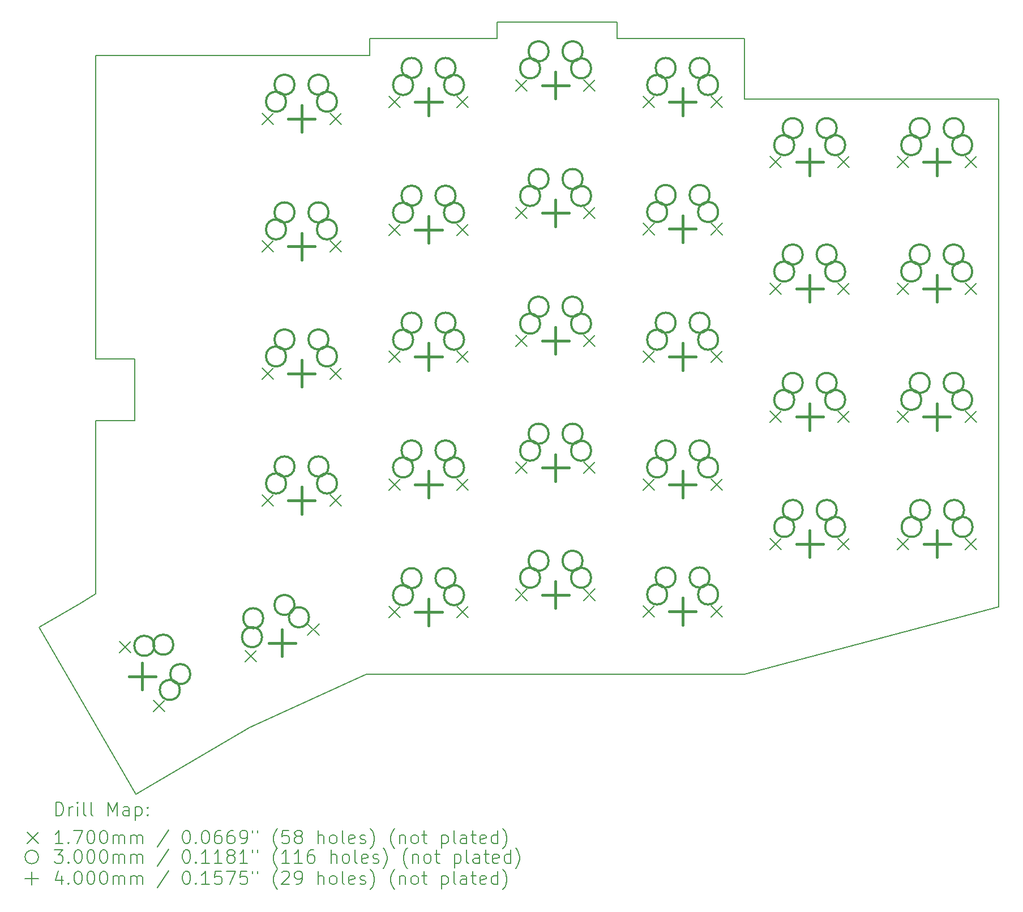
<source format=gbr>
%TF.GenerationSoftware,KiCad,Pcbnew,9.0.0*%
%TF.CreationDate,2025-03-10T16:56:19+08:00*%
%TF.ProjectId,SofleKeyboard,536f666c-654b-4657-9962-6f6172642e6b,rev?*%
%TF.SameCoordinates,Original*%
%TF.FileFunction,Drillmap*%
%TF.FilePolarity,Positive*%
%FSLAX45Y45*%
G04 Gerber Fmt 4.5, Leading zero omitted, Abs format (unit mm)*
G04 Created by KiCad (PCBNEW 9.0.0) date 2025-03-10 16:56:19*
%MOMM*%
%LPD*%
G01*
G04 APERTURE LIST*
%ADD10C,0.150000*%
%ADD11C,0.200000*%
%ADD12C,0.170000*%
%ADD13C,0.300000*%
%ADD14C,0.400000*%
G04 APERTURE END LIST*
D10*
X13073000Y-4055200D02*
X11123000Y-4055200D01*
X14973000Y-3805200D02*
X13073000Y-3805200D01*
X14973000Y-3555200D02*
X14973000Y-3805200D01*
X8973000Y-10055200D02*
X8973000Y-12105200D01*
X22473000Y-4705200D02*
X18673000Y-4705200D01*
X16773000Y-3555200D02*
X14973000Y-3555200D01*
X18673000Y-4705200D02*
X18673000Y-3805200D01*
X9553000Y-9513200D02*
X8973000Y-9513200D01*
X8973000Y-9513200D02*
X8973000Y-10055200D01*
X11273000Y-14105200D02*
X13023000Y-13305200D01*
X13023000Y-13305200D02*
X18673000Y-13305200D01*
X22473000Y-12305200D02*
X22473000Y-4705200D01*
X18673000Y-13305200D02*
X22473000Y-12305200D01*
X11123000Y-4055200D02*
X8973000Y-4055200D01*
X13073000Y-3805200D02*
X13073000Y-4055200D01*
X16773000Y-3805200D02*
X16773000Y-3555200D01*
X8973000Y-8589100D02*
X9553000Y-8589100D01*
X8123000Y-12605200D02*
X9573000Y-15105200D01*
X8973000Y-12105200D02*
X8723000Y-12255200D01*
X9573000Y-15105200D02*
X11273000Y-14105200D01*
X9553000Y-8589100D02*
X9553000Y-9513200D01*
X8973000Y-4055200D02*
X8973000Y-8589100D01*
X18673000Y-3805200D02*
X16773000Y-3805200D01*
X8723000Y-12255200D02*
X8123000Y-12605200D01*
D11*
D12*
X9331000Y-12816059D02*
X9501000Y-12986059D01*
X9501000Y-12816059D02*
X9331000Y-12986059D01*
X9839000Y-13695941D02*
X10009000Y-13865941D01*
X10009000Y-13695941D02*
X9839000Y-13865941D01*
X11207383Y-12953491D02*
X11377383Y-13123491D01*
X11377383Y-12953491D02*
X11207383Y-13123491D01*
X11457000Y-4915000D02*
X11627000Y-5085000D01*
X11627000Y-4915000D02*
X11457000Y-5085000D01*
X11457000Y-6825000D02*
X11627000Y-6995000D01*
X11627000Y-6825000D02*
X11457000Y-6995000D01*
X11457000Y-8725000D02*
X11627000Y-8895000D01*
X11627000Y-8725000D02*
X11457000Y-8895000D01*
X11457000Y-10625000D02*
X11627000Y-10795000D01*
X11627000Y-10625000D02*
X11457000Y-10795000D01*
X12142616Y-12556509D02*
X12312616Y-12726509D01*
X12312616Y-12556509D02*
X12142616Y-12726509D01*
X12473000Y-4915000D02*
X12643000Y-5085000D01*
X12643000Y-4915000D02*
X12473000Y-5085000D01*
X12473000Y-6825000D02*
X12643000Y-6995000D01*
X12643000Y-6825000D02*
X12473000Y-6995000D01*
X12473000Y-8725000D02*
X12643000Y-8895000D01*
X12643000Y-8725000D02*
X12473000Y-8895000D01*
X12473000Y-10625000D02*
X12643000Y-10795000D01*
X12643000Y-10625000D02*
X12473000Y-10795000D01*
X13357000Y-4665000D02*
X13527000Y-4835000D01*
X13527000Y-4665000D02*
X13357000Y-4835000D01*
X13357000Y-6575000D02*
X13527000Y-6745000D01*
X13527000Y-6575000D02*
X13357000Y-6745000D01*
X13357000Y-8475000D02*
X13527000Y-8645000D01*
X13527000Y-8475000D02*
X13357000Y-8645000D01*
X13357000Y-10385000D02*
X13527000Y-10555000D01*
X13527000Y-10385000D02*
X13357000Y-10555000D01*
X13357000Y-12295000D02*
X13527000Y-12465000D01*
X13527000Y-12295000D02*
X13357000Y-12465000D01*
X14373000Y-4665000D02*
X14543000Y-4835000D01*
X14543000Y-4665000D02*
X14373000Y-4835000D01*
X14373000Y-6575000D02*
X14543000Y-6745000D01*
X14543000Y-6575000D02*
X14373000Y-6745000D01*
X14373000Y-8475000D02*
X14543000Y-8645000D01*
X14543000Y-8475000D02*
X14373000Y-8645000D01*
X14373000Y-10385000D02*
X14543000Y-10555000D01*
X14543000Y-10385000D02*
X14373000Y-10555000D01*
X14373000Y-12295000D02*
X14543000Y-12465000D01*
X14543000Y-12295000D02*
X14373000Y-12465000D01*
X15257000Y-4416000D02*
X15427000Y-4586000D01*
X15427000Y-4416000D02*
X15257000Y-4586000D01*
X15257000Y-6325000D02*
X15427000Y-6495000D01*
X15427000Y-6325000D02*
X15257000Y-6495000D01*
X15257000Y-8235000D02*
X15427000Y-8405000D01*
X15427000Y-8235000D02*
X15257000Y-8405000D01*
X15257000Y-10135000D02*
X15427000Y-10305000D01*
X15427000Y-10135000D02*
X15257000Y-10305000D01*
X15257000Y-12035000D02*
X15427000Y-12205000D01*
X15427000Y-12035000D02*
X15257000Y-12205000D01*
X16273000Y-4416000D02*
X16443000Y-4586000D01*
X16443000Y-4416000D02*
X16273000Y-4586000D01*
X16273000Y-6325000D02*
X16443000Y-6495000D01*
X16443000Y-6325000D02*
X16273000Y-6495000D01*
X16273000Y-8235000D02*
X16443000Y-8405000D01*
X16443000Y-8235000D02*
X16273000Y-8405000D01*
X16273000Y-10135000D02*
X16443000Y-10305000D01*
X16443000Y-10135000D02*
X16273000Y-10305000D01*
X16273000Y-12035000D02*
X16443000Y-12205000D01*
X16443000Y-12035000D02*
X16273000Y-12205000D01*
X17157000Y-4665000D02*
X17327000Y-4835000D01*
X17327000Y-4665000D02*
X17157000Y-4835000D01*
X17157000Y-6565000D02*
X17327000Y-6735000D01*
X17327000Y-6565000D02*
X17157000Y-6735000D01*
X17157000Y-8475000D02*
X17327000Y-8645000D01*
X17327000Y-8475000D02*
X17157000Y-8645000D01*
X17157000Y-10385000D02*
X17327000Y-10555000D01*
X17327000Y-10385000D02*
X17157000Y-10555000D01*
X17157000Y-12285000D02*
X17327000Y-12455000D01*
X17327000Y-12285000D02*
X17157000Y-12455000D01*
X18173000Y-4665000D02*
X18343000Y-4835000D01*
X18343000Y-4665000D02*
X18173000Y-4835000D01*
X18173000Y-6565000D02*
X18343000Y-6735000D01*
X18343000Y-6565000D02*
X18173000Y-6735000D01*
X18173000Y-8475000D02*
X18343000Y-8645000D01*
X18343000Y-8475000D02*
X18173000Y-8645000D01*
X18173000Y-10385000D02*
X18343000Y-10555000D01*
X18343000Y-10385000D02*
X18173000Y-10555000D01*
X18173000Y-12285000D02*
X18343000Y-12455000D01*
X18343000Y-12285000D02*
X18173000Y-12455000D01*
X19057000Y-5565000D02*
X19227000Y-5735000D01*
X19227000Y-5565000D02*
X19057000Y-5735000D01*
X19057000Y-7455000D02*
X19227000Y-7625000D01*
X19227000Y-7455000D02*
X19057000Y-7625000D01*
X19057000Y-9375000D02*
X19227000Y-9545000D01*
X19227000Y-9375000D02*
X19057000Y-9545000D01*
X19057000Y-11275000D02*
X19227000Y-11445000D01*
X19227000Y-11275000D02*
X19057000Y-11445000D01*
X20073000Y-5565000D02*
X20243000Y-5735000D01*
X20243000Y-5565000D02*
X20073000Y-5735000D01*
X20073000Y-7455000D02*
X20243000Y-7625000D01*
X20243000Y-7455000D02*
X20073000Y-7625000D01*
X20073000Y-9375000D02*
X20243000Y-9545000D01*
X20243000Y-9375000D02*
X20073000Y-9545000D01*
X20073000Y-11275000D02*
X20243000Y-11445000D01*
X20243000Y-11275000D02*
X20073000Y-11445000D01*
X20957000Y-5565000D02*
X21127000Y-5735000D01*
X21127000Y-5565000D02*
X20957000Y-5735000D01*
X20957000Y-7455000D02*
X21127000Y-7625000D01*
X21127000Y-7455000D02*
X20957000Y-7625000D01*
X20957000Y-9375000D02*
X21127000Y-9545000D01*
X21127000Y-9375000D02*
X20957000Y-9545000D01*
X20962000Y-11275000D02*
X21132000Y-11445000D01*
X21132000Y-11275000D02*
X20962000Y-11445000D01*
X21973000Y-5565000D02*
X22143000Y-5735000D01*
X22143000Y-5565000D02*
X21973000Y-5735000D01*
X21973000Y-7455000D02*
X22143000Y-7625000D01*
X22143000Y-7455000D02*
X21973000Y-7625000D01*
X21973000Y-9375000D02*
X22143000Y-9545000D01*
X22143000Y-9375000D02*
X21973000Y-9545000D01*
X21978000Y-11275000D02*
X22148000Y-11445000D01*
X22148000Y-11275000D02*
X21978000Y-11445000D01*
D13*
X9849471Y-12884044D02*
G75*
G02*
X9549471Y-12884044I-150000J0D01*
G01*
X9549471Y-12884044D02*
G75*
G02*
X9849471Y-12884044I150000J0D01*
G01*
X10132941Y-12867029D02*
G75*
G02*
X9832941Y-12867029I-150000J0D01*
G01*
X9832941Y-12867029D02*
G75*
G02*
X10132941Y-12867029I150000J0D01*
G01*
X10230471Y-13543956D02*
G75*
G02*
X9930471Y-13543956I-150000J0D01*
G01*
X9930471Y-13543956D02*
G75*
G02*
X10230471Y-13543956I150000J0D01*
G01*
X10386941Y-13306970D02*
G75*
G02*
X10086941Y-13306970I-150000J0D01*
G01*
X10086941Y-13306970D02*
G75*
G02*
X10386941Y-13306970I150000J0D01*
G01*
X11460042Y-12755060D02*
G75*
G02*
X11160042Y-12755060I-150000J0D01*
G01*
X11160042Y-12755060D02*
G75*
G02*
X11460042Y-12755060I150000J0D01*
G01*
X11477700Y-12471629D02*
G75*
G02*
X11177700Y-12471629I-150000J0D01*
G01*
X11177700Y-12471629D02*
G75*
G02*
X11477700Y-12471629I150000J0D01*
G01*
X11819000Y-4746000D02*
G75*
G02*
X11519000Y-4746000I-150000J0D01*
G01*
X11519000Y-4746000D02*
G75*
G02*
X11819000Y-4746000I150000J0D01*
G01*
X11819000Y-6656000D02*
G75*
G02*
X11519000Y-6656000I-150000J0D01*
G01*
X11519000Y-6656000D02*
G75*
G02*
X11819000Y-6656000I150000J0D01*
G01*
X11819000Y-8556000D02*
G75*
G02*
X11519000Y-8556000I-150000J0D01*
G01*
X11519000Y-8556000D02*
G75*
G02*
X11819000Y-8556000I150000J0D01*
G01*
X11819000Y-10456000D02*
G75*
G02*
X11519000Y-10456000I-150000J0D01*
G01*
X11519000Y-10456000D02*
G75*
G02*
X11819000Y-10456000I150000J0D01*
G01*
X11945317Y-12273138D02*
G75*
G02*
X11645317Y-12273138I-150000J0D01*
G01*
X11645317Y-12273138D02*
G75*
G02*
X11945317Y-12273138I150000J0D01*
G01*
X11946000Y-4492000D02*
G75*
G02*
X11646000Y-4492000I-150000J0D01*
G01*
X11646000Y-4492000D02*
G75*
G02*
X11946000Y-4492000I150000J0D01*
G01*
X11946000Y-6402000D02*
G75*
G02*
X11646000Y-6402000I-150000J0D01*
G01*
X11646000Y-6402000D02*
G75*
G02*
X11946000Y-6402000I150000J0D01*
G01*
X11946000Y-8302000D02*
G75*
G02*
X11646000Y-8302000I-150000J0D01*
G01*
X11646000Y-8302000D02*
G75*
G02*
X11946000Y-8302000I150000J0D01*
G01*
X11946000Y-10202000D02*
G75*
G02*
X11646000Y-10202000I-150000J0D01*
G01*
X11646000Y-10202000D02*
G75*
G02*
X11946000Y-10202000I150000J0D01*
G01*
X12161467Y-12457323D02*
G75*
G02*
X11861467Y-12457323I-150000J0D01*
G01*
X11861467Y-12457323D02*
G75*
G02*
X12161467Y-12457323I150000J0D01*
G01*
X12454000Y-4492000D02*
G75*
G02*
X12154000Y-4492000I-150000J0D01*
G01*
X12154000Y-4492000D02*
G75*
G02*
X12454000Y-4492000I150000J0D01*
G01*
X12454000Y-6402000D02*
G75*
G02*
X12154000Y-6402000I-150000J0D01*
G01*
X12154000Y-6402000D02*
G75*
G02*
X12454000Y-6402000I150000J0D01*
G01*
X12454000Y-8302000D02*
G75*
G02*
X12154000Y-8302000I-150000J0D01*
G01*
X12154000Y-8302000D02*
G75*
G02*
X12454000Y-8302000I150000J0D01*
G01*
X12454000Y-10202000D02*
G75*
G02*
X12154000Y-10202000I-150000J0D01*
G01*
X12154000Y-10202000D02*
G75*
G02*
X12454000Y-10202000I150000J0D01*
G01*
X12581000Y-4746000D02*
G75*
G02*
X12281000Y-4746000I-150000J0D01*
G01*
X12281000Y-4746000D02*
G75*
G02*
X12581000Y-4746000I150000J0D01*
G01*
X12581000Y-6656000D02*
G75*
G02*
X12281000Y-6656000I-150000J0D01*
G01*
X12281000Y-6656000D02*
G75*
G02*
X12581000Y-6656000I150000J0D01*
G01*
X12581000Y-8556000D02*
G75*
G02*
X12281000Y-8556000I-150000J0D01*
G01*
X12281000Y-8556000D02*
G75*
G02*
X12581000Y-8556000I150000J0D01*
G01*
X12581000Y-10456000D02*
G75*
G02*
X12281000Y-10456000I-150000J0D01*
G01*
X12281000Y-10456000D02*
G75*
G02*
X12581000Y-10456000I150000J0D01*
G01*
X13719000Y-4496000D02*
G75*
G02*
X13419000Y-4496000I-150000J0D01*
G01*
X13419000Y-4496000D02*
G75*
G02*
X13719000Y-4496000I150000J0D01*
G01*
X13719000Y-6406000D02*
G75*
G02*
X13419000Y-6406000I-150000J0D01*
G01*
X13419000Y-6406000D02*
G75*
G02*
X13719000Y-6406000I150000J0D01*
G01*
X13719000Y-8306000D02*
G75*
G02*
X13419000Y-8306000I-150000J0D01*
G01*
X13419000Y-8306000D02*
G75*
G02*
X13719000Y-8306000I150000J0D01*
G01*
X13719000Y-10216000D02*
G75*
G02*
X13419000Y-10216000I-150000J0D01*
G01*
X13419000Y-10216000D02*
G75*
G02*
X13719000Y-10216000I150000J0D01*
G01*
X13719000Y-12126000D02*
G75*
G02*
X13419000Y-12126000I-150000J0D01*
G01*
X13419000Y-12126000D02*
G75*
G02*
X13719000Y-12126000I150000J0D01*
G01*
X13846000Y-4242000D02*
G75*
G02*
X13546000Y-4242000I-150000J0D01*
G01*
X13546000Y-4242000D02*
G75*
G02*
X13846000Y-4242000I150000J0D01*
G01*
X13846000Y-6152000D02*
G75*
G02*
X13546000Y-6152000I-150000J0D01*
G01*
X13546000Y-6152000D02*
G75*
G02*
X13846000Y-6152000I150000J0D01*
G01*
X13846000Y-8052000D02*
G75*
G02*
X13546000Y-8052000I-150000J0D01*
G01*
X13546000Y-8052000D02*
G75*
G02*
X13846000Y-8052000I150000J0D01*
G01*
X13846000Y-9962000D02*
G75*
G02*
X13546000Y-9962000I-150000J0D01*
G01*
X13546000Y-9962000D02*
G75*
G02*
X13846000Y-9962000I150000J0D01*
G01*
X13846000Y-11872000D02*
G75*
G02*
X13546000Y-11872000I-150000J0D01*
G01*
X13546000Y-11872000D02*
G75*
G02*
X13846000Y-11872000I150000J0D01*
G01*
X14354000Y-4242000D02*
G75*
G02*
X14054000Y-4242000I-150000J0D01*
G01*
X14054000Y-4242000D02*
G75*
G02*
X14354000Y-4242000I150000J0D01*
G01*
X14354000Y-6152000D02*
G75*
G02*
X14054000Y-6152000I-150000J0D01*
G01*
X14054000Y-6152000D02*
G75*
G02*
X14354000Y-6152000I150000J0D01*
G01*
X14354000Y-8052000D02*
G75*
G02*
X14054000Y-8052000I-150000J0D01*
G01*
X14054000Y-8052000D02*
G75*
G02*
X14354000Y-8052000I150000J0D01*
G01*
X14354000Y-9962000D02*
G75*
G02*
X14054000Y-9962000I-150000J0D01*
G01*
X14054000Y-9962000D02*
G75*
G02*
X14354000Y-9962000I150000J0D01*
G01*
X14354000Y-11872000D02*
G75*
G02*
X14054000Y-11872000I-150000J0D01*
G01*
X14054000Y-11872000D02*
G75*
G02*
X14354000Y-11872000I150000J0D01*
G01*
X14481000Y-4496000D02*
G75*
G02*
X14181000Y-4496000I-150000J0D01*
G01*
X14181000Y-4496000D02*
G75*
G02*
X14481000Y-4496000I150000J0D01*
G01*
X14481000Y-6406000D02*
G75*
G02*
X14181000Y-6406000I-150000J0D01*
G01*
X14181000Y-6406000D02*
G75*
G02*
X14481000Y-6406000I150000J0D01*
G01*
X14481000Y-8306000D02*
G75*
G02*
X14181000Y-8306000I-150000J0D01*
G01*
X14181000Y-8306000D02*
G75*
G02*
X14481000Y-8306000I150000J0D01*
G01*
X14481000Y-10216000D02*
G75*
G02*
X14181000Y-10216000I-150000J0D01*
G01*
X14181000Y-10216000D02*
G75*
G02*
X14481000Y-10216000I150000J0D01*
G01*
X14481000Y-12126000D02*
G75*
G02*
X14181000Y-12126000I-150000J0D01*
G01*
X14181000Y-12126000D02*
G75*
G02*
X14481000Y-12126000I150000J0D01*
G01*
X15619000Y-4247000D02*
G75*
G02*
X15319000Y-4247000I-150000J0D01*
G01*
X15319000Y-4247000D02*
G75*
G02*
X15619000Y-4247000I150000J0D01*
G01*
X15619000Y-6156000D02*
G75*
G02*
X15319000Y-6156000I-150000J0D01*
G01*
X15319000Y-6156000D02*
G75*
G02*
X15619000Y-6156000I150000J0D01*
G01*
X15619000Y-8066000D02*
G75*
G02*
X15319000Y-8066000I-150000J0D01*
G01*
X15319000Y-8066000D02*
G75*
G02*
X15619000Y-8066000I150000J0D01*
G01*
X15619000Y-9966000D02*
G75*
G02*
X15319000Y-9966000I-150000J0D01*
G01*
X15319000Y-9966000D02*
G75*
G02*
X15619000Y-9966000I150000J0D01*
G01*
X15619000Y-11866000D02*
G75*
G02*
X15319000Y-11866000I-150000J0D01*
G01*
X15319000Y-11866000D02*
G75*
G02*
X15619000Y-11866000I150000J0D01*
G01*
X15746000Y-3993000D02*
G75*
G02*
X15446000Y-3993000I-150000J0D01*
G01*
X15446000Y-3993000D02*
G75*
G02*
X15746000Y-3993000I150000J0D01*
G01*
X15746000Y-5902000D02*
G75*
G02*
X15446000Y-5902000I-150000J0D01*
G01*
X15446000Y-5902000D02*
G75*
G02*
X15746000Y-5902000I150000J0D01*
G01*
X15746000Y-7812000D02*
G75*
G02*
X15446000Y-7812000I-150000J0D01*
G01*
X15446000Y-7812000D02*
G75*
G02*
X15746000Y-7812000I150000J0D01*
G01*
X15746000Y-9712000D02*
G75*
G02*
X15446000Y-9712000I-150000J0D01*
G01*
X15446000Y-9712000D02*
G75*
G02*
X15746000Y-9712000I150000J0D01*
G01*
X15746000Y-11612000D02*
G75*
G02*
X15446000Y-11612000I-150000J0D01*
G01*
X15446000Y-11612000D02*
G75*
G02*
X15746000Y-11612000I150000J0D01*
G01*
X16254000Y-3993000D02*
G75*
G02*
X15954000Y-3993000I-150000J0D01*
G01*
X15954000Y-3993000D02*
G75*
G02*
X16254000Y-3993000I150000J0D01*
G01*
X16254000Y-5902000D02*
G75*
G02*
X15954000Y-5902000I-150000J0D01*
G01*
X15954000Y-5902000D02*
G75*
G02*
X16254000Y-5902000I150000J0D01*
G01*
X16254000Y-7812000D02*
G75*
G02*
X15954000Y-7812000I-150000J0D01*
G01*
X15954000Y-7812000D02*
G75*
G02*
X16254000Y-7812000I150000J0D01*
G01*
X16254000Y-9712000D02*
G75*
G02*
X15954000Y-9712000I-150000J0D01*
G01*
X15954000Y-9712000D02*
G75*
G02*
X16254000Y-9712000I150000J0D01*
G01*
X16254000Y-11612000D02*
G75*
G02*
X15954000Y-11612000I-150000J0D01*
G01*
X15954000Y-11612000D02*
G75*
G02*
X16254000Y-11612000I150000J0D01*
G01*
X16381000Y-4247000D02*
G75*
G02*
X16081000Y-4247000I-150000J0D01*
G01*
X16081000Y-4247000D02*
G75*
G02*
X16381000Y-4247000I150000J0D01*
G01*
X16381000Y-6156000D02*
G75*
G02*
X16081000Y-6156000I-150000J0D01*
G01*
X16081000Y-6156000D02*
G75*
G02*
X16381000Y-6156000I150000J0D01*
G01*
X16381000Y-8066000D02*
G75*
G02*
X16081000Y-8066000I-150000J0D01*
G01*
X16081000Y-8066000D02*
G75*
G02*
X16381000Y-8066000I150000J0D01*
G01*
X16381000Y-9966000D02*
G75*
G02*
X16081000Y-9966000I-150000J0D01*
G01*
X16081000Y-9966000D02*
G75*
G02*
X16381000Y-9966000I150000J0D01*
G01*
X16381000Y-11866000D02*
G75*
G02*
X16081000Y-11866000I-150000J0D01*
G01*
X16081000Y-11866000D02*
G75*
G02*
X16381000Y-11866000I150000J0D01*
G01*
X17519000Y-4496000D02*
G75*
G02*
X17219000Y-4496000I-150000J0D01*
G01*
X17219000Y-4496000D02*
G75*
G02*
X17519000Y-4496000I150000J0D01*
G01*
X17519000Y-6396000D02*
G75*
G02*
X17219000Y-6396000I-150000J0D01*
G01*
X17219000Y-6396000D02*
G75*
G02*
X17519000Y-6396000I150000J0D01*
G01*
X17519000Y-8306000D02*
G75*
G02*
X17219000Y-8306000I-150000J0D01*
G01*
X17219000Y-8306000D02*
G75*
G02*
X17519000Y-8306000I150000J0D01*
G01*
X17519000Y-10216000D02*
G75*
G02*
X17219000Y-10216000I-150000J0D01*
G01*
X17219000Y-10216000D02*
G75*
G02*
X17519000Y-10216000I150000J0D01*
G01*
X17519000Y-12116000D02*
G75*
G02*
X17219000Y-12116000I-150000J0D01*
G01*
X17219000Y-12116000D02*
G75*
G02*
X17519000Y-12116000I150000J0D01*
G01*
X17646000Y-4242000D02*
G75*
G02*
X17346000Y-4242000I-150000J0D01*
G01*
X17346000Y-4242000D02*
G75*
G02*
X17646000Y-4242000I150000J0D01*
G01*
X17646000Y-6142000D02*
G75*
G02*
X17346000Y-6142000I-150000J0D01*
G01*
X17346000Y-6142000D02*
G75*
G02*
X17646000Y-6142000I150000J0D01*
G01*
X17646000Y-8052000D02*
G75*
G02*
X17346000Y-8052000I-150000J0D01*
G01*
X17346000Y-8052000D02*
G75*
G02*
X17646000Y-8052000I150000J0D01*
G01*
X17646000Y-9962000D02*
G75*
G02*
X17346000Y-9962000I-150000J0D01*
G01*
X17346000Y-9962000D02*
G75*
G02*
X17646000Y-9962000I150000J0D01*
G01*
X17646000Y-11862000D02*
G75*
G02*
X17346000Y-11862000I-150000J0D01*
G01*
X17346000Y-11862000D02*
G75*
G02*
X17646000Y-11862000I150000J0D01*
G01*
X18154000Y-4242000D02*
G75*
G02*
X17854000Y-4242000I-150000J0D01*
G01*
X17854000Y-4242000D02*
G75*
G02*
X18154000Y-4242000I150000J0D01*
G01*
X18154000Y-6142000D02*
G75*
G02*
X17854000Y-6142000I-150000J0D01*
G01*
X17854000Y-6142000D02*
G75*
G02*
X18154000Y-6142000I150000J0D01*
G01*
X18154000Y-8052000D02*
G75*
G02*
X17854000Y-8052000I-150000J0D01*
G01*
X17854000Y-8052000D02*
G75*
G02*
X18154000Y-8052000I150000J0D01*
G01*
X18154000Y-9962000D02*
G75*
G02*
X17854000Y-9962000I-150000J0D01*
G01*
X17854000Y-9962000D02*
G75*
G02*
X18154000Y-9962000I150000J0D01*
G01*
X18154000Y-11862000D02*
G75*
G02*
X17854000Y-11862000I-150000J0D01*
G01*
X17854000Y-11862000D02*
G75*
G02*
X18154000Y-11862000I150000J0D01*
G01*
X18281000Y-4496000D02*
G75*
G02*
X17981000Y-4496000I-150000J0D01*
G01*
X17981000Y-4496000D02*
G75*
G02*
X18281000Y-4496000I150000J0D01*
G01*
X18281000Y-6396000D02*
G75*
G02*
X17981000Y-6396000I-150000J0D01*
G01*
X17981000Y-6396000D02*
G75*
G02*
X18281000Y-6396000I150000J0D01*
G01*
X18281000Y-8306000D02*
G75*
G02*
X17981000Y-8306000I-150000J0D01*
G01*
X17981000Y-8306000D02*
G75*
G02*
X18281000Y-8306000I150000J0D01*
G01*
X18281000Y-10216000D02*
G75*
G02*
X17981000Y-10216000I-150000J0D01*
G01*
X17981000Y-10216000D02*
G75*
G02*
X18281000Y-10216000I150000J0D01*
G01*
X18281000Y-12116000D02*
G75*
G02*
X17981000Y-12116000I-150000J0D01*
G01*
X17981000Y-12116000D02*
G75*
G02*
X18281000Y-12116000I150000J0D01*
G01*
X19419000Y-5396000D02*
G75*
G02*
X19119000Y-5396000I-150000J0D01*
G01*
X19119000Y-5396000D02*
G75*
G02*
X19419000Y-5396000I150000J0D01*
G01*
X19419000Y-7286000D02*
G75*
G02*
X19119000Y-7286000I-150000J0D01*
G01*
X19119000Y-7286000D02*
G75*
G02*
X19419000Y-7286000I150000J0D01*
G01*
X19419000Y-9206000D02*
G75*
G02*
X19119000Y-9206000I-150000J0D01*
G01*
X19119000Y-9206000D02*
G75*
G02*
X19419000Y-9206000I150000J0D01*
G01*
X19419000Y-11106000D02*
G75*
G02*
X19119000Y-11106000I-150000J0D01*
G01*
X19119000Y-11106000D02*
G75*
G02*
X19419000Y-11106000I150000J0D01*
G01*
X19546000Y-5142000D02*
G75*
G02*
X19246000Y-5142000I-150000J0D01*
G01*
X19246000Y-5142000D02*
G75*
G02*
X19546000Y-5142000I150000J0D01*
G01*
X19546000Y-7032000D02*
G75*
G02*
X19246000Y-7032000I-150000J0D01*
G01*
X19246000Y-7032000D02*
G75*
G02*
X19546000Y-7032000I150000J0D01*
G01*
X19546000Y-8952000D02*
G75*
G02*
X19246000Y-8952000I-150000J0D01*
G01*
X19246000Y-8952000D02*
G75*
G02*
X19546000Y-8952000I150000J0D01*
G01*
X19546000Y-10852000D02*
G75*
G02*
X19246000Y-10852000I-150000J0D01*
G01*
X19246000Y-10852000D02*
G75*
G02*
X19546000Y-10852000I150000J0D01*
G01*
X20054000Y-5142000D02*
G75*
G02*
X19754000Y-5142000I-150000J0D01*
G01*
X19754000Y-5142000D02*
G75*
G02*
X20054000Y-5142000I150000J0D01*
G01*
X20054000Y-7032000D02*
G75*
G02*
X19754000Y-7032000I-150000J0D01*
G01*
X19754000Y-7032000D02*
G75*
G02*
X20054000Y-7032000I150000J0D01*
G01*
X20054000Y-8952000D02*
G75*
G02*
X19754000Y-8952000I-150000J0D01*
G01*
X19754000Y-8952000D02*
G75*
G02*
X20054000Y-8952000I150000J0D01*
G01*
X20054000Y-10852000D02*
G75*
G02*
X19754000Y-10852000I-150000J0D01*
G01*
X19754000Y-10852000D02*
G75*
G02*
X20054000Y-10852000I150000J0D01*
G01*
X20181000Y-5396000D02*
G75*
G02*
X19881000Y-5396000I-150000J0D01*
G01*
X19881000Y-5396000D02*
G75*
G02*
X20181000Y-5396000I150000J0D01*
G01*
X20181000Y-7286000D02*
G75*
G02*
X19881000Y-7286000I-150000J0D01*
G01*
X19881000Y-7286000D02*
G75*
G02*
X20181000Y-7286000I150000J0D01*
G01*
X20181000Y-9206000D02*
G75*
G02*
X19881000Y-9206000I-150000J0D01*
G01*
X19881000Y-9206000D02*
G75*
G02*
X20181000Y-9206000I150000J0D01*
G01*
X20181000Y-11106000D02*
G75*
G02*
X19881000Y-11106000I-150000J0D01*
G01*
X19881000Y-11106000D02*
G75*
G02*
X20181000Y-11106000I150000J0D01*
G01*
X21319000Y-5396000D02*
G75*
G02*
X21019000Y-5396000I-150000J0D01*
G01*
X21019000Y-5396000D02*
G75*
G02*
X21319000Y-5396000I150000J0D01*
G01*
X21319000Y-7286000D02*
G75*
G02*
X21019000Y-7286000I-150000J0D01*
G01*
X21019000Y-7286000D02*
G75*
G02*
X21319000Y-7286000I150000J0D01*
G01*
X21319000Y-9206000D02*
G75*
G02*
X21019000Y-9206000I-150000J0D01*
G01*
X21019000Y-9206000D02*
G75*
G02*
X21319000Y-9206000I150000J0D01*
G01*
X21324000Y-11106000D02*
G75*
G02*
X21024000Y-11106000I-150000J0D01*
G01*
X21024000Y-11106000D02*
G75*
G02*
X21324000Y-11106000I150000J0D01*
G01*
X21446000Y-5142000D02*
G75*
G02*
X21146000Y-5142000I-150000J0D01*
G01*
X21146000Y-5142000D02*
G75*
G02*
X21446000Y-5142000I150000J0D01*
G01*
X21446000Y-7032000D02*
G75*
G02*
X21146000Y-7032000I-150000J0D01*
G01*
X21146000Y-7032000D02*
G75*
G02*
X21446000Y-7032000I150000J0D01*
G01*
X21446000Y-8952000D02*
G75*
G02*
X21146000Y-8952000I-150000J0D01*
G01*
X21146000Y-8952000D02*
G75*
G02*
X21446000Y-8952000I150000J0D01*
G01*
X21451000Y-10852000D02*
G75*
G02*
X21151000Y-10852000I-150000J0D01*
G01*
X21151000Y-10852000D02*
G75*
G02*
X21451000Y-10852000I150000J0D01*
G01*
X21954000Y-5142000D02*
G75*
G02*
X21654000Y-5142000I-150000J0D01*
G01*
X21654000Y-5142000D02*
G75*
G02*
X21954000Y-5142000I150000J0D01*
G01*
X21954000Y-7032000D02*
G75*
G02*
X21654000Y-7032000I-150000J0D01*
G01*
X21654000Y-7032000D02*
G75*
G02*
X21954000Y-7032000I150000J0D01*
G01*
X21954000Y-8952000D02*
G75*
G02*
X21654000Y-8952000I-150000J0D01*
G01*
X21654000Y-8952000D02*
G75*
G02*
X21954000Y-8952000I150000J0D01*
G01*
X21959000Y-10852000D02*
G75*
G02*
X21659000Y-10852000I-150000J0D01*
G01*
X21659000Y-10852000D02*
G75*
G02*
X21959000Y-10852000I150000J0D01*
G01*
X22081000Y-5396000D02*
G75*
G02*
X21781000Y-5396000I-150000J0D01*
G01*
X21781000Y-5396000D02*
G75*
G02*
X22081000Y-5396000I150000J0D01*
G01*
X22081000Y-7286000D02*
G75*
G02*
X21781000Y-7286000I-150000J0D01*
G01*
X21781000Y-7286000D02*
G75*
G02*
X22081000Y-7286000I150000J0D01*
G01*
X22081000Y-9206000D02*
G75*
G02*
X21781000Y-9206000I-150000J0D01*
G01*
X21781000Y-9206000D02*
G75*
G02*
X22081000Y-9206000I150000J0D01*
G01*
X22086000Y-11106000D02*
G75*
G02*
X21786000Y-11106000I-150000J0D01*
G01*
X21786000Y-11106000D02*
G75*
G02*
X22086000Y-11106000I150000J0D01*
G01*
D14*
X9670000Y-13141000D02*
X9670000Y-13541000D01*
X9470000Y-13341000D02*
X9870000Y-13341000D01*
X11760000Y-12640000D02*
X11760000Y-13040000D01*
X11560000Y-12840000D02*
X11960000Y-12840000D01*
X12050000Y-4800000D02*
X12050000Y-5200000D01*
X11850000Y-5000000D02*
X12250000Y-5000000D01*
X12050000Y-6710000D02*
X12050000Y-7110000D01*
X11850000Y-6910000D02*
X12250000Y-6910000D01*
X12050000Y-8610000D02*
X12050000Y-9010000D01*
X11850000Y-8810000D02*
X12250000Y-8810000D01*
X12050000Y-10510000D02*
X12050000Y-10910000D01*
X11850000Y-10710000D02*
X12250000Y-10710000D01*
X13950000Y-4550000D02*
X13950000Y-4950000D01*
X13750000Y-4750000D02*
X14150000Y-4750000D01*
X13950000Y-6460000D02*
X13950000Y-6860000D01*
X13750000Y-6660000D02*
X14150000Y-6660000D01*
X13950000Y-8360000D02*
X13950000Y-8760000D01*
X13750000Y-8560000D02*
X14150000Y-8560000D01*
X13950000Y-10270000D02*
X13950000Y-10670000D01*
X13750000Y-10470000D02*
X14150000Y-10470000D01*
X13950000Y-12180000D02*
X13950000Y-12580000D01*
X13750000Y-12380000D02*
X14150000Y-12380000D01*
X15850000Y-4301000D02*
X15850000Y-4701000D01*
X15650000Y-4501000D02*
X16050000Y-4501000D01*
X15850000Y-6210000D02*
X15850000Y-6610000D01*
X15650000Y-6410000D02*
X16050000Y-6410000D01*
X15850000Y-8120000D02*
X15850000Y-8520000D01*
X15650000Y-8320000D02*
X16050000Y-8320000D01*
X15850000Y-10020000D02*
X15850000Y-10420000D01*
X15650000Y-10220000D02*
X16050000Y-10220000D01*
X15850000Y-11920000D02*
X15850000Y-12320000D01*
X15650000Y-12120000D02*
X16050000Y-12120000D01*
X17750000Y-4550000D02*
X17750000Y-4950000D01*
X17550000Y-4750000D02*
X17950000Y-4750000D01*
X17750000Y-6450000D02*
X17750000Y-6850000D01*
X17550000Y-6650000D02*
X17950000Y-6650000D01*
X17750000Y-8360000D02*
X17750000Y-8760000D01*
X17550000Y-8560000D02*
X17950000Y-8560000D01*
X17750000Y-10270000D02*
X17750000Y-10670000D01*
X17550000Y-10470000D02*
X17950000Y-10470000D01*
X17750000Y-12170000D02*
X17750000Y-12570000D01*
X17550000Y-12370000D02*
X17950000Y-12370000D01*
X19650000Y-5450000D02*
X19650000Y-5850000D01*
X19450000Y-5650000D02*
X19850000Y-5650000D01*
X19650000Y-7340000D02*
X19650000Y-7740000D01*
X19450000Y-7540000D02*
X19850000Y-7540000D01*
X19650000Y-9260000D02*
X19650000Y-9660000D01*
X19450000Y-9460000D02*
X19850000Y-9460000D01*
X19650000Y-11160000D02*
X19650000Y-11560000D01*
X19450000Y-11360000D02*
X19850000Y-11360000D01*
X21550000Y-5450000D02*
X21550000Y-5850000D01*
X21350000Y-5650000D02*
X21750000Y-5650000D01*
X21550000Y-7340000D02*
X21550000Y-7740000D01*
X21350000Y-7540000D02*
X21750000Y-7540000D01*
X21550000Y-9260000D02*
X21550000Y-9660000D01*
X21350000Y-9460000D02*
X21750000Y-9460000D01*
X21555000Y-11160000D02*
X21555000Y-11560000D01*
X21355000Y-11360000D02*
X21755000Y-11360000D01*
D11*
X8376277Y-15424184D02*
X8376277Y-15224184D01*
X8376277Y-15224184D02*
X8423896Y-15224184D01*
X8423896Y-15224184D02*
X8452467Y-15233708D01*
X8452467Y-15233708D02*
X8471515Y-15252755D01*
X8471515Y-15252755D02*
X8481039Y-15271803D01*
X8481039Y-15271803D02*
X8490563Y-15309898D01*
X8490563Y-15309898D02*
X8490563Y-15338469D01*
X8490563Y-15338469D02*
X8481039Y-15376565D01*
X8481039Y-15376565D02*
X8471515Y-15395612D01*
X8471515Y-15395612D02*
X8452467Y-15414660D01*
X8452467Y-15414660D02*
X8423896Y-15424184D01*
X8423896Y-15424184D02*
X8376277Y-15424184D01*
X8576277Y-15424184D02*
X8576277Y-15290850D01*
X8576277Y-15328946D02*
X8585801Y-15309898D01*
X8585801Y-15309898D02*
X8595324Y-15300374D01*
X8595324Y-15300374D02*
X8614372Y-15290850D01*
X8614372Y-15290850D02*
X8633420Y-15290850D01*
X8700086Y-15424184D02*
X8700086Y-15290850D01*
X8700086Y-15224184D02*
X8690563Y-15233708D01*
X8690563Y-15233708D02*
X8700086Y-15243231D01*
X8700086Y-15243231D02*
X8709610Y-15233708D01*
X8709610Y-15233708D02*
X8700086Y-15224184D01*
X8700086Y-15224184D02*
X8700086Y-15243231D01*
X8823896Y-15424184D02*
X8804848Y-15414660D01*
X8804848Y-15414660D02*
X8795324Y-15395612D01*
X8795324Y-15395612D02*
X8795324Y-15224184D01*
X8928658Y-15424184D02*
X8909610Y-15414660D01*
X8909610Y-15414660D02*
X8900086Y-15395612D01*
X8900086Y-15395612D02*
X8900086Y-15224184D01*
X9157229Y-15424184D02*
X9157229Y-15224184D01*
X9157229Y-15224184D02*
X9223896Y-15367041D01*
X9223896Y-15367041D02*
X9290563Y-15224184D01*
X9290563Y-15224184D02*
X9290563Y-15424184D01*
X9471515Y-15424184D02*
X9471515Y-15319422D01*
X9471515Y-15319422D02*
X9461991Y-15300374D01*
X9461991Y-15300374D02*
X9442944Y-15290850D01*
X9442944Y-15290850D02*
X9404848Y-15290850D01*
X9404848Y-15290850D02*
X9385801Y-15300374D01*
X9471515Y-15414660D02*
X9452467Y-15424184D01*
X9452467Y-15424184D02*
X9404848Y-15424184D01*
X9404848Y-15424184D02*
X9385801Y-15414660D01*
X9385801Y-15414660D02*
X9376277Y-15395612D01*
X9376277Y-15395612D02*
X9376277Y-15376565D01*
X9376277Y-15376565D02*
X9385801Y-15357517D01*
X9385801Y-15357517D02*
X9404848Y-15347993D01*
X9404848Y-15347993D02*
X9452467Y-15347993D01*
X9452467Y-15347993D02*
X9471515Y-15338469D01*
X9566753Y-15290850D02*
X9566753Y-15490850D01*
X9566753Y-15300374D02*
X9585801Y-15290850D01*
X9585801Y-15290850D02*
X9623896Y-15290850D01*
X9623896Y-15290850D02*
X9642944Y-15300374D01*
X9642944Y-15300374D02*
X9652467Y-15309898D01*
X9652467Y-15309898D02*
X9661991Y-15328946D01*
X9661991Y-15328946D02*
X9661991Y-15386088D01*
X9661991Y-15386088D02*
X9652467Y-15405136D01*
X9652467Y-15405136D02*
X9642944Y-15414660D01*
X9642944Y-15414660D02*
X9623896Y-15424184D01*
X9623896Y-15424184D02*
X9585801Y-15424184D01*
X9585801Y-15424184D02*
X9566753Y-15414660D01*
X9747705Y-15405136D02*
X9757229Y-15414660D01*
X9757229Y-15414660D02*
X9747705Y-15424184D01*
X9747705Y-15424184D02*
X9738182Y-15414660D01*
X9738182Y-15414660D02*
X9747705Y-15405136D01*
X9747705Y-15405136D02*
X9747705Y-15424184D01*
X9747705Y-15300374D02*
X9757229Y-15309898D01*
X9757229Y-15309898D02*
X9747705Y-15319422D01*
X9747705Y-15319422D02*
X9738182Y-15309898D01*
X9738182Y-15309898D02*
X9747705Y-15300374D01*
X9747705Y-15300374D02*
X9747705Y-15319422D01*
D12*
X7945500Y-15667700D02*
X8115500Y-15837700D01*
X8115500Y-15667700D02*
X7945500Y-15837700D01*
D11*
X8481039Y-15844184D02*
X8366753Y-15844184D01*
X8423896Y-15844184D02*
X8423896Y-15644184D01*
X8423896Y-15644184D02*
X8404848Y-15672755D01*
X8404848Y-15672755D02*
X8385801Y-15691803D01*
X8385801Y-15691803D02*
X8366753Y-15701327D01*
X8566753Y-15825136D02*
X8576277Y-15834660D01*
X8576277Y-15834660D02*
X8566753Y-15844184D01*
X8566753Y-15844184D02*
X8557229Y-15834660D01*
X8557229Y-15834660D02*
X8566753Y-15825136D01*
X8566753Y-15825136D02*
X8566753Y-15844184D01*
X8642944Y-15644184D02*
X8776277Y-15644184D01*
X8776277Y-15644184D02*
X8690563Y-15844184D01*
X8890563Y-15644184D02*
X8909610Y-15644184D01*
X8909610Y-15644184D02*
X8928658Y-15653708D01*
X8928658Y-15653708D02*
X8938182Y-15663231D01*
X8938182Y-15663231D02*
X8947705Y-15682279D01*
X8947705Y-15682279D02*
X8957229Y-15720374D01*
X8957229Y-15720374D02*
X8957229Y-15767993D01*
X8957229Y-15767993D02*
X8947705Y-15806088D01*
X8947705Y-15806088D02*
X8938182Y-15825136D01*
X8938182Y-15825136D02*
X8928658Y-15834660D01*
X8928658Y-15834660D02*
X8909610Y-15844184D01*
X8909610Y-15844184D02*
X8890563Y-15844184D01*
X8890563Y-15844184D02*
X8871515Y-15834660D01*
X8871515Y-15834660D02*
X8861991Y-15825136D01*
X8861991Y-15825136D02*
X8852467Y-15806088D01*
X8852467Y-15806088D02*
X8842944Y-15767993D01*
X8842944Y-15767993D02*
X8842944Y-15720374D01*
X8842944Y-15720374D02*
X8852467Y-15682279D01*
X8852467Y-15682279D02*
X8861991Y-15663231D01*
X8861991Y-15663231D02*
X8871515Y-15653708D01*
X8871515Y-15653708D02*
X8890563Y-15644184D01*
X9081039Y-15644184D02*
X9100086Y-15644184D01*
X9100086Y-15644184D02*
X9119134Y-15653708D01*
X9119134Y-15653708D02*
X9128658Y-15663231D01*
X9128658Y-15663231D02*
X9138182Y-15682279D01*
X9138182Y-15682279D02*
X9147705Y-15720374D01*
X9147705Y-15720374D02*
X9147705Y-15767993D01*
X9147705Y-15767993D02*
X9138182Y-15806088D01*
X9138182Y-15806088D02*
X9128658Y-15825136D01*
X9128658Y-15825136D02*
X9119134Y-15834660D01*
X9119134Y-15834660D02*
X9100086Y-15844184D01*
X9100086Y-15844184D02*
X9081039Y-15844184D01*
X9081039Y-15844184D02*
X9061991Y-15834660D01*
X9061991Y-15834660D02*
X9052467Y-15825136D01*
X9052467Y-15825136D02*
X9042944Y-15806088D01*
X9042944Y-15806088D02*
X9033420Y-15767993D01*
X9033420Y-15767993D02*
X9033420Y-15720374D01*
X9033420Y-15720374D02*
X9042944Y-15682279D01*
X9042944Y-15682279D02*
X9052467Y-15663231D01*
X9052467Y-15663231D02*
X9061991Y-15653708D01*
X9061991Y-15653708D02*
X9081039Y-15644184D01*
X9233420Y-15844184D02*
X9233420Y-15710850D01*
X9233420Y-15729898D02*
X9242944Y-15720374D01*
X9242944Y-15720374D02*
X9261991Y-15710850D01*
X9261991Y-15710850D02*
X9290563Y-15710850D01*
X9290563Y-15710850D02*
X9309610Y-15720374D01*
X9309610Y-15720374D02*
X9319134Y-15739422D01*
X9319134Y-15739422D02*
X9319134Y-15844184D01*
X9319134Y-15739422D02*
X9328658Y-15720374D01*
X9328658Y-15720374D02*
X9347705Y-15710850D01*
X9347705Y-15710850D02*
X9376277Y-15710850D01*
X9376277Y-15710850D02*
X9395325Y-15720374D01*
X9395325Y-15720374D02*
X9404848Y-15739422D01*
X9404848Y-15739422D02*
X9404848Y-15844184D01*
X9500086Y-15844184D02*
X9500086Y-15710850D01*
X9500086Y-15729898D02*
X9509610Y-15720374D01*
X9509610Y-15720374D02*
X9528658Y-15710850D01*
X9528658Y-15710850D02*
X9557229Y-15710850D01*
X9557229Y-15710850D02*
X9576277Y-15720374D01*
X9576277Y-15720374D02*
X9585801Y-15739422D01*
X9585801Y-15739422D02*
X9585801Y-15844184D01*
X9585801Y-15739422D02*
X9595325Y-15720374D01*
X9595325Y-15720374D02*
X9614372Y-15710850D01*
X9614372Y-15710850D02*
X9642944Y-15710850D01*
X9642944Y-15710850D02*
X9661991Y-15720374D01*
X9661991Y-15720374D02*
X9671515Y-15739422D01*
X9671515Y-15739422D02*
X9671515Y-15844184D01*
X10061991Y-15634660D02*
X9890563Y-15891803D01*
X10319134Y-15644184D02*
X10338182Y-15644184D01*
X10338182Y-15644184D02*
X10357229Y-15653708D01*
X10357229Y-15653708D02*
X10366753Y-15663231D01*
X10366753Y-15663231D02*
X10376277Y-15682279D01*
X10376277Y-15682279D02*
X10385801Y-15720374D01*
X10385801Y-15720374D02*
X10385801Y-15767993D01*
X10385801Y-15767993D02*
X10376277Y-15806088D01*
X10376277Y-15806088D02*
X10366753Y-15825136D01*
X10366753Y-15825136D02*
X10357229Y-15834660D01*
X10357229Y-15834660D02*
X10338182Y-15844184D01*
X10338182Y-15844184D02*
X10319134Y-15844184D01*
X10319134Y-15844184D02*
X10300087Y-15834660D01*
X10300087Y-15834660D02*
X10290563Y-15825136D01*
X10290563Y-15825136D02*
X10281039Y-15806088D01*
X10281039Y-15806088D02*
X10271515Y-15767993D01*
X10271515Y-15767993D02*
X10271515Y-15720374D01*
X10271515Y-15720374D02*
X10281039Y-15682279D01*
X10281039Y-15682279D02*
X10290563Y-15663231D01*
X10290563Y-15663231D02*
X10300087Y-15653708D01*
X10300087Y-15653708D02*
X10319134Y-15644184D01*
X10471515Y-15825136D02*
X10481039Y-15834660D01*
X10481039Y-15834660D02*
X10471515Y-15844184D01*
X10471515Y-15844184D02*
X10461991Y-15834660D01*
X10461991Y-15834660D02*
X10471515Y-15825136D01*
X10471515Y-15825136D02*
X10471515Y-15844184D01*
X10604848Y-15644184D02*
X10623896Y-15644184D01*
X10623896Y-15644184D02*
X10642944Y-15653708D01*
X10642944Y-15653708D02*
X10652468Y-15663231D01*
X10652468Y-15663231D02*
X10661991Y-15682279D01*
X10661991Y-15682279D02*
X10671515Y-15720374D01*
X10671515Y-15720374D02*
X10671515Y-15767993D01*
X10671515Y-15767993D02*
X10661991Y-15806088D01*
X10661991Y-15806088D02*
X10652468Y-15825136D01*
X10652468Y-15825136D02*
X10642944Y-15834660D01*
X10642944Y-15834660D02*
X10623896Y-15844184D01*
X10623896Y-15844184D02*
X10604848Y-15844184D01*
X10604848Y-15844184D02*
X10585801Y-15834660D01*
X10585801Y-15834660D02*
X10576277Y-15825136D01*
X10576277Y-15825136D02*
X10566753Y-15806088D01*
X10566753Y-15806088D02*
X10557229Y-15767993D01*
X10557229Y-15767993D02*
X10557229Y-15720374D01*
X10557229Y-15720374D02*
X10566753Y-15682279D01*
X10566753Y-15682279D02*
X10576277Y-15663231D01*
X10576277Y-15663231D02*
X10585801Y-15653708D01*
X10585801Y-15653708D02*
X10604848Y-15644184D01*
X10842944Y-15644184D02*
X10804848Y-15644184D01*
X10804848Y-15644184D02*
X10785801Y-15653708D01*
X10785801Y-15653708D02*
X10776277Y-15663231D01*
X10776277Y-15663231D02*
X10757229Y-15691803D01*
X10757229Y-15691803D02*
X10747706Y-15729898D01*
X10747706Y-15729898D02*
X10747706Y-15806088D01*
X10747706Y-15806088D02*
X10757229Y-15825136D01*
X10757229Y-15825136D02*
X10766753Y-15834660D01*
X10766753Y-15834660D02*
X10785801Y-15844184D01*
X10785801Y-15844184D02*
X10823896Y-15844184D01*
X10823896Y-15844184D02*
X10842944Y-15834660D01*
X10842944Y-15834660D02*
X10852468Y-15825136D01*
X10852468Y-15825136D02*
X10861991Y-15806088D01*
X10861991Y-15806088D02*
X10861991Y-15758469D01*
X10861991Y-15758469D02*
X10852468Y-15739422D01*
X10852468Y-15739422D02*
X10842944Y-15729898D01*
X10842944Y-15729898D02*
X10823896Y-15720374D01*
X10823896Y-15720374D02*
X10785801Y-15720374D01*
X10785801Y-15720374D02*
X10766753Y-15729898D01*
X10766753Y-15729898D02*
X10757229Y-15739422D01*
X10757229Y-15739422D02*
X10747706Y-15758469D01*
X11033420Y-15644184D02*
X10995325Y-15644184D01*
X10995325Y-15644184D02*
X10976277Y-15653708D01*
X10976277Y-15653708D02*
X10966753Y-15663231D01*
X10966753Y-15663231D02*
X10947706Y-15691803D01*
X10947706Y-15691803D02*
X10938182Y-15729898D01*
X10938182Y-15729898D02*
X10938182Y-15806088D01*
X10938182Y-15806088D02*
X10947706Y-15825136D01*
X10947706Y-15825136D02*
X10957229Y-15834660D01*
X10957229Y-15834660D02*
X10976277Y-15844184D01*
X10976277Y-15844184D02*
X11014372Y-15844184D01*
X11014372Y-15844184D02*
X11033420Y-15834660D01*
X11033420Y-15834660D02*
X11042944Y-15825136D01*
X11042944Y-15825136D02*
X11052468Y-15806088D01*
X11052468Y-15806088D02*
X11052468Y-15758469D01*
X11052468Y-15758469D02*
X11042944Y-15739422D01*
X11042944Y-15739422D02*
X11033420Y-15729898D01*
X11033420Y-15729898D02*
X11014372Y-15720374D01*
X11014372Y-15720374D02*
X10976277Y-15720374D01*
X10976277Y-15720374D02*
X10957229Y-15729898D01*
X10957229Y-15729898D02*
X10947706Y-15739422D01*
X10947706Y-15739422D02*
X10938182Y-15758469D01*
X11147706Y-15844184D02*
X11185801Y-15844184D01*
X11185801Y-15844184D02*
X11204848Y-15834660D01*
X11204848Y-15834660D02*
X11214372Y-15825136D01*
X11214372Y-15825136D02*
X11233420Y-15796565D01*
X11233420Y-15796565D02*
X11242944Y-15758469D01*
X11242944Y-15758469D02*
X11242944Y-15682279D01*
X11242944Y-15682279D02*
X11233420Y-15663231D01*
X11233420Y-15663231D02*
X11223896Y-15653708D01*
X11223896Y-15653708D02*
X11204848Y-15644184D01*
X11204848Y-15644184D02*
X11166753Y-15644184D01*
X11166753Y-15644184D02*
X11147706Y-15653708D01*
X11147706Y-15653708D02*
X11138182Y-15663231D01*
X11138182Y-15663231D02*
X11128658Y-15682279D01*
X11128658Y-15682279D02*
X11128658Y-15729898D01*
X11128658Y-15729898D02*
X11138182Y-15748946D01*
X11138182Y-15748946D02*
X11147706Y-15758469D01*
X11147706Y-15758469D02*
X11166753Y-15767993D01*
X11166753Y-15767993D02*
X11204848Y-15767993D01*
X11204848Y-15767993D02*
X11223896Y-15758469D01*
X11223896Y-15758469D02*
X11233420Y-15748946D01*
X11233420Y-15748946D02*
X11242944Y-15729898D01*
X11319134Y-15644184D02*
X11319134Y-15682279D01*
X11395325Y-15644184D02*
X11395325Y-15682279D01*
X11690563Y-15920374D02*
X11681039Y-15910850D01*
X11681039Y-15910850D02*
X11661991Y-15882279D01*
X11661991Y-15882279D02*
X11652468Y-15863231D01*
X11652468Y-15863231D02*
X11642944Y-15834660D01*
X11642944Y-15834660D02*
X11633420Y-15787041D01*
X11633420Y-15787041D02*
X11633420Y-15748946D01*
X11633420Y-15748946D02*
X11642944Y-15701327D01*
X11642944Y-15701327D02*
X11652468Y-15672755D01*
X11652468Y-15672755D02*
X11661991Y-15653708D01*
X11661991Y-15653708D02*
X11681039Y-15625136D01*
X11681039Y-15625136D02*
X11690563Y-15615612D01*
X11861991Y-15644184D02*
X11766753Y-15644184D01*
X11766753Y-15644184D02*
X11757229Y-15739422D01*
X11757229Y-15739422D02*
X11766753Y-15729898D01*
X11766753Y-15729898D02*
X11785801Y-15720374D01*
X11785801Y-15720374D02*
X11833420Y-15720374D01*
X11833420Y-15720374D02*
X11852468Y-15729898D01*
X11852468Y-15729898D02*
X11861991Y-15739422D01*
X11861991Y-15739422D02*
X11871515Y-15758469D01*
X11871515Y-15758469D02*
X11871515Y-15806088D01*
X11871515Y-15806088D02*
X11861991Y-15825136D01*
X11861991Y-15825136D02*
X11852468Y-15834660D01*
X11852468Y-15834660D02*
X11833420Y-15844184D01*
X11833420Y-15844184D02*
X11785801Y-15844184D01*
X11785801Y-15844184D02*
X11766753Y-15834660D01*
X11766753Y-15834660D02*
X11757229Y-15825136D01*
X11985801Y-15729898D02*
X11966753Y-15720374D01*
X11966753Y-15720374D02*
X11957229Y-15710850D01*
X11957229Y-15710850D02*
X11947706Y-15691803D01*
X11947706Y-15691803D02*
X11947706Y-15682279D01*
X11947706Y-15682279D02*
X11957229Y-15663231D01*
X11957229Y-15663231D02*
X11966753Y-15653708D01*
X11966753Y-15653708D02*
X11985801Y-15644184D01*
X11985801Y-15644184D02*
X12023896Y-15644184D01*
X12023896Y-15644184D02*
X12042944Y-15653708D01*
X12042944Y-15653708D02*
X12052468Y-15663231D01*
X12052468Y-15663231D02*
X12061991Y-15682279D01*
X12061991Y-15682279D02*
X12061991Y-15691803D01*
X12061991Y-15691803D02*
X12052468Y-15710850D01*
X12052468Y-15710850D02*
X12042944Y-15720374D01*
X12042944Y-15720374D02*
X12023896Y-15729898D01*
X12023896Y-15729898D02*
X11985801Y-15729898D01*
X11985801Y-15729898D02*
X11966753Y-15739422D01*
X11966753Y-15739422D02*
X11957229Y-15748946D01*
X11957229Y-15748946D02*
X11947706Y-15767993D01*
X11947706Y-15767993D02*
X11947706Y-15806088D01*
X11947706Y-15806088D02*
X11957229Y-15825136D01*
X11957229Y-15825136D02*
X11966753Y-15834660D01*
X11966753Y-15834660D02*
X11985801Y-15844184D01*
X11985801Y-15844184D02*
X12023896Y-15844184D01*
X12023896Y-15844184D02*
X12042944Y-15834660D01*
X12042944Y-15834660D02*
X12052468Y-15825136D01*
X12052468Y-15825136D02*
X12061991Y-15806088D01*
X12061991Y-15806088D02*
X12061991Y-15767993D01*
X12061991Y-15767993D02*
X12052468Y-15748946D01*
X12052468Y-15748946D02*
X12042944Y-15739422D01*
X12042944Y-15739422D02*
X12023896Y-15729898D01*
X12300087Y-15844184D02*
X12300087Y-15644184D01*
X12385801Y-15844184D02*
X12385801Y-15739422D01*
X12385801Y-15739422D02*
X12376277Y-15720374D01*
X12376277Y-15720374D02*
X12357230Y-15710850D01*
X12357230Y-15710850D02*
X12328658Y-15710850D01*
X12328658Y-15710850D02*
X12309610Y-15720374D01*
X12309610Y-15720374D02*
X12300087Y-15729898D01*
X12509610Y-15844184D02*
X12490563Y-15834660D01*
X12490563Y-15834660D02*
X12481039Y-15825136D01*
X12481039Y-15825136D02*
X12471515Y-15806088D01*
X12471515Y-15806088D02*
X12471515Y-15748946D01*
X12471515Y-15748946D02*
X12481039Y-15729898D01*
X12481039Y-15729898D02*
X12490563Y-15720374D01*
X12490563Y-15720374D02*
X12509610Y-15710850D01*
X12509610Y-15710850D02*
X12538182Y-15710850D01*
X12538182Y-15710850D02*
X12557230Y-15720374D01*
X12557230Y-15720374D02*
X12566753Y-15729898D01*
X12566753Y-15729898D02*
X12576277Y-15748946D01*
X12576277Y-15748946D02*
X12576277Y-15806088D01*
X12576277Y-15806088D02*
X12566753Y-15825136D01*
X12566753Y-15825136D02*
X12557230Y-15834660D01*
X12557230Y-15834660D02*
X12538182Y-15844184D01*
X12538182Y-15844184D02*
X12509610Y-15844184D01*
X12690563Y-15844184D02*
X12671515Y-15834660D01*
X12671515Y-15834660D02*
X12661991Y-15815612D01*
X12661991Y-15815612D02*
X12661991Y-15644184D01*
X12842944Y-15834660D02*
X12823896Y-15844184D01*
X12823896Y-15844184D02*
X12785801Y-15844184D01*
X12785801Y-15844184D02*
X12766753Y-15834660D01*
X12766753Y-15834660D02*
X12757230Y-15815612D01*
X12757230Y-15815612D02*
X12757230Y-15739422D01*
X12757230Y-15739422D02*
X12766753Y-15720374D01*
X12766753Y-15720374D02*
X12785801Y-15710850D01*
X12785801Y-15710850D02*
X12823896Y-15710850D01*
X12823896Y-15710850D02*
X12842944Y-15720374D01*
X12842944Y-15720374D02*
X12852468Y-15739422D01*
X12852468Y-15739422D02*
X12852468Y-15758469D01*
X12852468Y-15758469D02*
X12757230Y-15777517D01*
X12928658Y-15834660D02*
X12947706Y-15844184D01*
X12947706Y-15844184D02*
X12985801Y-15844184D01*
X12985801Y-15844184D02*
X13004849Y-15834660D01*
X13004849Y-15834660D02*
X13014372Y-15815612D01*
X13014372Y-15815612D02*
X13014372Y-15806088D01*
X13014372Y-15806088D02*
X13004849Y-15787041D01*
X13004849Y-15787041D02*
X12985801Y-15777517D01*
X12985801Y-15777517D02*
X12957230Y-15777517D01*
X12957230Y-15777517D02*
X12938182Y-15767993D01*
X12938182Y-15767993D02*
X12928658Y-15748946D01*
X12928658Y-15748946D02*
X12928658Y-15739422D01*
X12928658Y-15739422D02*
X12938182Y-15720374D01*
X12938182Y-15720374D02*
X12957230Y-15710850D01*
X12957230Y-15710850D02*
X12985801Y-15710850D01*
X12985801Y-15710850D02*
X13004849Y-15720374D01*
X13081039Y-15920374D02*
X13090563Y-15910850D01*
X13090563Y-15910850D02*
X13109611Y-15882279D01*
X13109611Y-15882279D02*
X13119134Y-15863231D01*
X13119134Y-15863231D02*
X13128658Y-15834660D01*
X13128658Y-15834660D02*
X13138182Y-15787041D01*
X13138182Y-15787041D02*
X13138182Y-15748946D01*
X13138182Y-15748946D02*
X13128658Y-15701327D01*
X13128658Y-15701327D02*
X13119134Y-15672755D01*
X13119134Y-15672755D02*
X13109611Y-15653708D01*
X13109611Y-15653708D02*
X13090563Y-15625136D01*
X13090563Y-15625136D02*
X13081039Y-15615612D01*
X13442944Y-15920374D02*
X13433420Y-15910850D01*
X13433420Y-15910850D02*
X13414372Y-15882279D01*
X13414372Y-15882279D02*
X13404849Y-15863231D01*
X13404849Y-15863231D02*
X13395325Y-15834660D01*
X13395325Y-15834660D02*
X13385801Y-15787041D01*
X13385801Y-15787041D02*
X13385801Y-15748946D01*
X13385801Y-15748946D02*
X13395325Y-15701327D01*
X13395325Y-15701327D02*
X13404849Y-15672755D01*
X13404849Y-15672755D02*
X13414372Y-15653708D01*
X13414372Y-15653708D02*
X13433420Y-15625136D01*
X13433420Y-15625136D02*
X13442944Y-15615612D01*
X13519134Y-15710850D02*
X13519134Y-15844184D01*
X13519134Y-15729898D02*
X13528658Y-15720374D01*
X13528658Y-15720374D02*
X13547706Y-15710850D01*
X13547706Y-15710850D02*
X13576277Y-15710850D01*
X13576277Y-15710850D02*
X13595325Y-15720374D01*
X13595325Y-15720374D02*
X13604849Y-15739422D01*
X13604849Y-15739422D02*
X13604849Y-15844184D01*
X13728658Y-15844184D02*
X13709611Y-15834660D01*
X13709611Y-15834660D02*
X13700087Y-15825136D01*
X13700087Y-15825136D02*
X13690563Y-15806088D01*
X13690563Y-15806088D02*
X13690563Y-15748946D01*
X13690563Y-15748946D02*
X13700087Y-15729898D01*
X13700087Y-15729898D02*
X13709611Y-15720374D01*
X13709611Y-15720374D02*
X13728658Y-15710850D01*
X13728658Y-15710850D02*
X13757230Y-15710850D01*
X13757230Y-15710850D02*
X13776277Y-15720374D01*
X13776277Y-15720374D02*
X13785801Y-15729898D01*
X13785801Y-15729898D02*
X13795325Y-15748946D01*
X13795325Y-15748946D02*
X13795325Y-15806088D01*
X13795325Y-15806088D02*
X13785801Y-15825136D01*
X13785801Y-15825136D02*
X13776277Y-15834660D01*
X13776277Y-15834660D02*
X13757230Y-15844184D01*
X13757230Y-15844184D02*
X13728658Y-15844184D01*
X13852468Y-15710850D02*
X13928658Y-15710850D01*
X13881039Y-15644184D02*
X13881039Y-15815612D01*
X13881039Y-15815612D02*
X13890563Y-15834660D01*
X13890563Y-15834660D02*
X13909611Y-15844184D01*
X13909611Y-15844184D02*
X13928658Y-15844184D01*
X14147706Y-15710850D02*
X14147706Y-15910850D01*
X14147706Y-15720374D02*
X14166753Y-15710850D01*
X14166753Y-15710850D02*
X14204849Y-15710850D01*
X14204849Y-15710850D02*
X14223896Y-15720374D01*
X14223896Y-15720374D02*
X14233420Y-15729898D01*
X14233420Y-15729898D02*
X14242944Y-15748946D01*
X14242944Y-15748946D02*
X14242944Y-15806088D01*
X14242944Y-15806088D02*
X14233420Y-15825136D01*
X14233420Y-15825136D02*
X14223896Y-15834660D01*
X14223896Y-15834660D02*
X14204849Y-15844184D01*
X14204849Y-15844184D02*
X14166753Y-15844184D01*
X14166753Y-15844184D02*
X14147706Y-15834660D01*
X14357230Y-15844184D02*
X14338182Y-15834660D01*
X14338182Y-15834660D02*
X14328658Y-15815612D01*
X14328658Y-15815612D02*
X14328658Y-15644184D01*
X14519134Y-15844184D02*
X14519134Y-15739422D01*
X14519134Y-15739422D02*
X14509611Y-15720374D01*
X14509611Y-15720374D02*
X14490563Y-15710850D01*
X14490563Y-15710850D02*
X14452468Y-15710850D01*
X14452468Y-15710850D02*
X14433420Y-15720374D01*
X14519134Y-15834660D02*
X14500087Y-15844184D01*
X14500087Y-15844184D02*
X14452468Y-15844184D01*
X14452468Y-15844184D02*
X14433420Y-15834660D01*
X14433420Y-15834660D02*
X14423896Y-15815612D01*
X14423896Y-15815612D02*
X14423896Y-15796565D01*
X14423896Y-15796565D02*
X14433420Y-15777517D01*
X14433420Y-15777517D02*
X14452468Y-15767993D01*
X14452468Y-15767993D02*
X14500087Y-15767993D01*
X14500087Y-15767993D02*
X14519134Y-15758469D01*
X14585801Y-15710850D02*
X14661992Y-15710850D01*
X14614373Y-15644184D02*
X14614373Y-15815612D01*
X14614373Y-15815612D02*
X14623896Y-15834660D01*
X14623896Y-15834660D02*
X14642944Y-15844184D01*
X14642944Y-15844184D02*
X14661992Y-15844184D01*
X14804849Y-15834660D02*
X14785801Y-15844184D01*
X14785801Y-15844184D02*
X14747706Y-15844184D01*
X14747706Y-15844184D02*
X14728658Y-15834660D01*
X14728658Y-15834660D02*
X14719134Y-15815612D01*
X14719134Y-15815612D02*
X14719134Y-15739422D01*
X14719134Y-15739422D02*
X14728658Y-15720374D01*
X14728658Y-15720374D02*
X14747706Y-15710850D01*
X14747706Y-15710850D02*
X14785801Y-15710850D01*
X14785801Y-15710850D02*
X14804849Y-15720374D01*
X14804849Y-15720374D02*
X14814373Y-15739422D01*
X14814373Y-15739422D02*
X14814373Y-15758469D01*
X14814373Y-15758469D02*
X14719134Y-15777517D01*
X14985801Y-15844184D02*
X14985801Y-15644184D01*
X14985801Y-15834660D02*
X14966754Y-15844184D01*
X14966754Y-15844184D02*
X14928658Y-15844184D01*
X14928658Y-15844184D02*
X14909611Y-15834660D01*
X14909611Y-15834660D02*
X14900087Y-15825136D01*
X14900087Y-15825136D02*
X14890563Y-15806088D01*
X14890563Y-15806088D02*
X14890563Y-15748946D01*
X14890563Y-15748946D02*
X14900087Y-15729898D01*
X14900087Y-15729898D02*
X14909611Y-15720374D01*
X14909611Y-15720374D02*
X14928658Y-15710850D01*
X14928658Y-15710850D02*
X14966754Y-15710850D01*
X14966754Y-15710850D02*
X14985801Y-15720374D01*
X15061992Y-15920374D02*
X15071515Y-15910850D01*
X15071515Y-15910850D02*
X15090563Y-15882279D01*
X15090563Y-15882279D02*
X15100087Y-15863231D01*
X15100087Y-15863231D02*
X15109611Y-15834660D01*
X15109611Y-15834660D02*
X15119134Y-15787041D01*
X15119134Y-15787041D02*
X15119134Y-15748946D01*
X15119134Y-15748946D02*
X15109611Y-15701327D01*
X15109611Y-15701327D02*
X15100087Y-15672755D01*
X15100087Y-15672755D02*
X15090563Y-15653708D01*
X15090563Y-15653708D02*
X15071515Y-15625136D01*
X15071515Y-15625136D02*
X15061992Y-15615612D01*
X8115500Y-16042700D02*
G75*
G02*
X7915500Y-16042700I-100000J0D01*
G01*
X7915500Y-16042700D02*
G75*
G02*
X8115500Y-16042700I100000J0D01*
G01*
X8357229Y-15934184D02*
X8481039Y-15934184D01*
X8481039Y-15934184D02*
X8414372Y-16010374D01*
X8414372Y-16010374D02*
X8442944Y-16010374D01*
X8442944Y-16010374D02*
X8461991Y-16019898D01*
X8461991Y-16019898D02*
X8471515Y-16029422D01*
X8471515Y-16029422D02*
X8481039Y-16048469D01*
X8481039Y-16048469D02*
X8481039Y-16096088D01*
X8481039Y-16096088D02*
X8471515Y-16115136D01*
X8471515Y-16115136D02*
X8461991Y-16124660D01*
X8461991Y-16124660D02*
X8442944Y-16134184D01*
X8442944Y-16134184D02*
X8385801Y-16134184D01*
X8385801Y-16134184D02*
X8366753Y-16124660D01*
X8366753Y-16124660D02*
X8357229Y-16115136D01*
X8566753Y-16115136D02*
X8576277Y-16124660D01*
X8576277Y-16124660D02*
X8566753Y-16134184D01*
X8566753Y-16134184D02*
X8557229Y-16124660D01*
X8557229Y-16124660D02*
X8566753Y-16115136D01*
X8566753Y-16115136D02*
X8566753Y-16134184D01*
X8700086Y-15934184D02*
X8719134Y-15934184D01*
X8719134Y-15934184D02*
X8738182Y-15943708D01*
X8738182Y-15943708D02*
X8747705Y-15953231D01*
X8747705Y-15953231D02*
X8757229Y-15972279D01*
X8757229Y-15972279D02*
X8766753Y-16010374D01*
X8766753Y-16010374D02*
X8766753Y-16057993D01*
X8766753Y-16057993D02*
X8757229Y-16096088D01*
X8757229Y-16096088D02*
X8747705Y-16115136D01*
X8747705Y-16115136D02*
X8738182Y-16124660D01*
X8738182Y-16124660D02*
X8719134Y-16134184D01*
X8719134Y-16134184D02*
X8700086Y-16134184D01*
X8700086Y-16134184D02*
X8681039Y-16124660D01*
X8681039Y-16124660D02*
X8671515Y-16115136D01*
X8671515Y-16115136D02*
X8661991Y-16096088D01*
X8661991Y-16096088D02*
X8652467Y-16057993D01*
X8652467Y-16057993D02*
X8652467Y-16010374D01*
X8652467Y-16010374D02*
X8661991Y-15972279D01*
X8661991Y-15972279D02*
X8671515Y-15953231D01*
X8671515Y-15953231D02*
X8681039Y-15943708D01*
X8681039Y-15943708D02*
X8700086Y-15934184D01*
X8890563Y-15934184D02*
X8909610Y-15934184D01*
X8909610Y-15934184D02*
X8928658Y-15943708D01*
X8928658Y-15943708D02*
X8938182Y-15953231D01*
X8938182Y-15953231D02*
X8947705Y-15972279D01*
X8947705Y-15972279D02*
X8957229Y-16010374D01*
X8957229Y-16010374D02*
X8957229Y-16057993D01*
X8957229Y-16057993D02*
X8947705Y-16096088D01*
X8947705Y-16096088D02*
X8938182Y-16115136D01*
X8938182Y-16115136D02*
X8928658Y-16124660D01*
X8928658Y-16124660D02*
X8909610Y-16134184D01*
X8909610Y-16134184D02*
X8890563Y-16134184D01*
X8890563Y-16134184D02*
X8871515Y-16124660D01*
X8871515Y-16124660D02*
X8861991Y-16115136D01*
X8861991Y-16115136D02*
X8852467Y-16096088D01*
X8852467Y-16096088D02*
X8842944Y-16057993D01*
X8842944Y-16057993D02*
X8842944Y-16010374D01*
X8842944Y-16010374D02*
X8852467Y-15972279D01*
X8852467Y-15972279D02*
X8861991Y-15953231D01*
X8861991Y-15953231D02*
X8871515Y-15943708D01*
X8871515Y-15943708D02*
X8890563Y-15934184D01*
X9081039Y-15934184D02*
X9100086Y-15934184D01*
X9100086Y-15934184D02*
X9119134Y-15943708D01*
X9119134Y-15943708D02*
X9128658Y-15953231D01*
X9128658Y-15953231D02*
X9138182Y-15972279D01*
X9138182Y-15972279D02*
X9147705Y-16010374D01*
X9147705Y-16010374D02*
X9147705Y-16057993D01*
X9147705Y-16057993D02*
X9138182Y-16096088D01*
X9138182Y-16096088D02*
X9128658Y-16115136D01*
X9128658Y-16115136D02*
X9119134Y-16124660D01*
X9119134Y-16124660D02*
X9100086Y-16134184D01*
X9100086Y-16134184D02*
X9081039Y-16134184D01*
X9081039Y-16134184D02*
X9061991Y-16124660D01*
X9061991Y-16124660D02*
X9052467Y-16115136D01*
X9052467Y-16115136D02*
X9042944Y-16096088D01*
X9042944Y-16096088D02*
X9033420Y-16057993D01*
X9033420Y-16057993D02*
X9033420Y-16010374D01*
X9033420Y-16010374D02*
X9042944Y-15972279D01*
X9042944Y-15972279D02*
X9052467Y-15953231D01*
X9052467Y-15953231D02*
X9061991Y-15943708D01*
X9061991Y-15943708D02*
X9081039Y-15934184D01*
X9233420Y-16134184D02*
X9233420Y-16000850D01*
X9233420Y-16019898D02*
X9242944Y-16010374D01*
X9242944Y-16010374D02*
X9261991Y-16000850D01*
X9261991Y-16000850D02*
X9290563Y-16000850D01*
X9290563Y-16000850D02*
X9309610Y-16010374D01*
X9309610Y-16010374D02*
X9319134Y-16029422D01*
X9319134Y-16029422D02*
X9319134Y-16134184D01*
X9319134Y-16029422D02*
X9328658Y-16010374D01*
X9328658Y-16010374D02*
X9347705Y-16000850D01*
X9347705Y-16000850D02*
X9376277Y-16000850D01*
X9376277Y-16000850D02*
X9395325Y-16010374D01*
X9395325Y-16010374D02*
X9404848Y-16029422D01*
X9404848Y-16029422D02*
X9404848Y-16134184D01*
X9500086Y-16134184D02*
X9500086Y-16000850D01*
X9500086Y-16019898D02*
X9509610Y-16010374D01*
X9509610Y-16010374D02*
X9528658Y-16000850D01*
X9528658Y-16000850D02*
X9557229Y-16000850D01*
X9557229Y-16000850D02*
X9576277Y-16010374D01*
X9576277Y-16010374D02*
X9585801Y-16029422D01*
X9585801Y-16029422D02*
X9585801Y-16134184D01*
X9585801Y-16029422D02*
X9595325Y-16010374D01*
X9595325Y-16010374D02*
X9614372Y-16000850D01*
X9614372Y-16000850D02*
X9642944Y-16000850D01*
X9642944Y-16000850D02*
X9661991Y-16010374D01*
X9661991Y-16010374D02*
X9671515Y-16029422D01*
X9671515Y-16029422D02*
X9671515Y-16134184D01*
X10061991Y-15924660D02*
X9890563Y-16181803D01*
X10319134Y-15934184D02*
X10338182Y-15934184D01*
X10338182Y-15934184D02*
X10357229Y-15943708D01*
X10357229Y-15943708D02*
X10366753Y-15953231D01*
X10366753Y-15953231D02*
X10376277Y-15972279D01*
X10376277Y-15972279D02*
X10385801Y-16010374D01*
X10385801Y-16010374D02*
X10385801Y-16057993D01*
X10385801Y-16057993D02*
X10376277Y-16096088D01*
X10376277Y-16096088D02*
X10366753Y-16115136D01*
X10366753Y-16115136D02*
X10357229Y-16124660D01*
X10357229Y-16124660D02*
X10338182Y-16134184D01*
X10338182Y-16134184D02*
X10319134Y-16134184D01*
X10319134Y-16134184D02*
X10300087Y-16124660D01*
X10300087Y-16124660D02*
X10290563Y-16115136D01*
X10290563Y-16115136D02*
X10281039Y-16096088D01*
X10281039Y-16096088D02*
X10271515Y-16057993D01*
X10271515Y-16057993D02*
X10271515Y-16010374D01*
X10271515Y-16010374D02*
X10281039Y-15972279D01*
X10281039Y-15972279D02*
X10290563Y-15953231D01*
X10290563Y-15953231D02*
X10300087Y-15943708D01*
X10300087Y-15943708D02*
X10319134Y-15934184D01*
X10471515Y-16115136D02*
X10481039Y-16124660D01*
X10481039Y-16124660D02*
X10471515Y-16134184D01*
X10471515Y-16134184D02*
X10461991Y-16124660D01*
X10461991Y-16124660D02*
X10471515Y-16115136D01*
X10471515Y-16115136D02*
X10471515Y-16134184D01*
X10671515Y-16134184D02*
X10557229Y-16134184D01*
X10614372Y-16134184D02*
X10614372Y-15934184D01*
X10614372Y-15934184D02*
X10595325Y-15962755D01*
X10595325Y-15962755D02*
X10576277Y-15981803D01*
X10576277Y-15981803D02*
X10557229Y-15991327D01*
X10861991Y-16134184D02*
X10747706Y-16134184D01*
X10804848Y-16134184D02*
X10804848Y-15934184D01*
X10804848Y-15934184D02*
X10785801Y-15962755D01*
X10785801Y-15962755D02*
X10766753Y-15981803D01*
X10766753Y-15981803D02*
X10747706Y-15991327D01*
X10976277Y-16019898D02*
X10957229Y-16010374D01*
X10957229Y-16010374D02*
X10947706Y-16000850D01*
X10947706Y-16000850D02*
X10938182Y-15981803D01*
X10938182Y-15981803D02*
X10938182Y-15972279D01*
X10938182Y-15972279D02*
X10947706Y-15953231D01*
X10947706Y-15953231D02*
X10957229Y-15943708D01*
X10957229Y-15943708D02*
X10976277Y-15934184D01*
X10976277Y-15934184D02*
X11014372Y-15934184D01*
X11014372Y-15934184D02*
X11033420Y-15943708D01*
X11033420Y-15943708D02*
X11042944Y-15953231D01*
X11042944Y-15953231D02*
X11052468Y-15972279D01*
X11052468Y-15972279D02*
X11052468Y-15981803D01*
X11052468Y-15981803D02*
X11042944Y-16000850D01*
X11042944Y-16000850D02*
X11033420Y-16010374D01*
X11033420Y-16010374D02*
X11014372Y-16019898D01*
X11014372Y-16019898D02*
X10976277Y-16019898D01*
X10976277Y-16019898D02*
X10957229Y-16029422D01*
X10957229Y-16029422D02*
X10947706Y-16038946D01*
X10947706Y-16038946D02*
X10938182Y-16057993D01*
X10938182Y-16057993D02*
X10938182Y-16096088D01*
X10938182Y-16096088D02*
X10947706Y-16115136D01*
X10947706Y-16115136D02*
X10957229Y-16124660D01*
X10957229Y-16124660D02*
X10976277Y-16134184D01*
X10976277Y-16134184D02*
X11014372Y-16134184D01*
X11014372Y-16134184D02*
X11033420Y-16124660D01*
X11033420Y-16124660D02*
X11042944Y-16115136D01*
X11042944Y-16115136D02*
X11052468Y-16096088D01*
X11052468Y-16096088D02*
X11052468Y-16057993D01*
X11052468Y-16057993D02*
X11042944Y-16038946D01*
X11042944Y-16038946D02*
X11033420Y-16029422D01*
X11033420Y-16029422D02*
X11014372Y-16019898D01*
X11242944Y-16134184D02*
X11128658Y-16134184D01*
X11185801Y-16134184D02*
X11185801Y-15934184D01*
X11185801Y-15934184D02*
X11166753Y-15962755D01*
X11166753Y-15962755D02*
X11147706Y-15981803D01*
X11147706Y-15981803D02*
X11128658Y-15991327D01*
X11319134Y-15934184D02*
X11319134Y-15972279D01*
X11395325Y-15934184D02*
X11395325Y-15972279D01*
X11690563Y-16210374D02*
X11681039Y-16200850D01*
X11681039Y-16200850D02*
X11661991Y-16172279D01*
X11661991Y-16172279D02*
X11652468Y-16153231D01*
X11652468Y-16153231D02*
X11642944Y-16124660D01*
X11642944Y-16124660D02*
X11633420Y-16077041D01*
X11633420Y-16077041D02*
X11633420Y-16038946D01*
X11633420Y-16038946D02*
X11642944Y-15991327D01*
X11642944Y-15991327D02*
X11652468Y-15962755D01*
X11652468Y-15962755D02*
X11661991Y-15943708D01*
X11661991Y-15943708D02*
X11681039Y-15915136D01*
X11681039Y-15915136D02*
X11690563Y-15905612D01*
X11871515Y-16134184D02*
X11757229Y-16134184D01*
X11814372Y-16134184D02*
X11814372Y-15934184D01*
X11814372Y-15934184D02*
X11795325Y-15962755D01*
X11795325Y-15962755D02*
X11776277Y-15981803D01*
X11776277Y-15981803D02*
X11757229Y-15991327D01*
X12061991Y-16134184D02*
X11947706Y-16134184D01*
X12004848Y-16134184D02*
X12004848Y-15934184D01*
X12004848Y-15934184D02*
X11985801Y-15962755D01*
X11985801Y-15962755D02*
X11966753Y-15981803D01*
X11966753Y-15981803D02*
X11947706Y-15991327D01*
X12233420Y-15934184D02*
X12195325Y-15934184D01*
X12195325Y-15934184D02*
X12176277Y-15943708D01*
X12176277Y-15943708D02*
X12166753Y-15953231D01*
X12166753Y-15953231D02*
X12147706Y-15981803D01*
X12147706Y-15981803D02*
X12138182Y-16019898D01*
X12138182Y-16019898D02*
X12138182Y-16096088D01*
X12138182Y-16096088D02*
X12147706Y-16115136D01*
X12147706Y-16115136D02*
X12157229Y-16124660D01*
X12157229Y-16124660D02*
X12176277Y-16134184D01*
X12176277Y-16134184D02*
X12214372Y-16134184D01*
X12214372Y-16134184D02*
X12233420Y-16124660D01*
X12233420Y-16124660D02*
X12242944Y-16115136D01*
X12242944Y-16115136D02*
X12252468Y-16096088D01*
X12252468Y-16096088D02*
X12252468Y-16048469D01*
X12252468Y-16048469D02*
X12242944Y-16029422D01*
X12242944Y-16029422D02*
X12233420Y-16019898D01*
X12233420Y-16019898D02*
X12214372Y-16010374D01*
X12214372Y-16010374D02*
X12176277Y-16010374D01*
X12176277Y-16010374D02*
X12157229Y-16019898D01*
X12157229Y-16019898D02*
X12147706Y-16029422D01*
X12147706Y-16029422D02*
X12138182Y-16048469D01*
X12490563Y-16134184D02*
X12490563Y-15934184D01*
X12576277Y-16134184D02*
X12576277Y-16029422D01*
X12576277Y-16029422D02*
X12566753Y-16010374D01*
X12566753Y-16010374D02*
X12547706Y-16000850D01*
X12547706Y-16000850D02*
X12519134Y-16000850D01*
X12519134Y-16000850D02*
X12500087Y-16010374D01*
X12500087Y-16010374D02*
X12490563Y-16019898D01*
X12700087Y-16134184D02*
X12681039Y-16124660D01*
X12681039Y-16124660D02*
X12671515Y-16115136D01*
X12671515Y-16115136D02*
X12661991Y-16096088D01*
X12661991Y-16096088D02*
X12661991Y-16038946D01*
X12661991Y-16038946D02*
X12671515Y-16019898D01*
X12671515Y-16019898D02*
X12681039Y-16010374D01*
X12681039Y-16010374D02*
X12700087Y-16000850D01*
X12700087Y-16000850D02*
X12728658Y-16000850D01*
X12728658Y-16000850D02*
X12747706Y-16010374D01*
X12747706Y-16010374D02*
X12757230Y-16019898D01*
X12757230Y-16019898D02*
X12766753Y-16038946D01*
X12766753Y-16038946D02*
X12766753Y-16096088D01*
X12766753Y-16096088D02*
X12757230Y-16115136D01*
X12757230Y-16115136D02*
X12747706Y-16124660D01*
X12747706Y-16124660D02*
X12728658Y-16134184D01*
X12728658Y-16134184D02*
X12700087Y-16134184D01*
X12881039Y-16134184D02*
X12861991Y-16124660D01*
X12861991Y-16124660D02*
X12852468Y-16105612D01*
X12852468Y-16105612D02*
X12852468Y-15934184D01*
X13033420Y-16124660D02*
X13014372Y-16134184D01*
X13014372Y-16134184D02*
X12976277Y-16134184D01*
X12976277Y-16134184D02*
X12957230Y-16124660D01*
X12957230Y-16124660D02*
X12947706Y-16105612D01*
X12947706Y-16105612D02*
X12947706Y-16029422D01*
X12947706Y-16029422D02*
X12957230Y-16010374D01*
X12957230Y-16010374D02*
X12976277Y-16000850D01*
X12976277Y-16000850D02*
X13014372Y-16000850D01*
X13014372Y-16000850D02*
X13033420Y-16010374D01*
X13033420Y-16010374D02*
X13042944Y-16029422D01*
X13042944Y-16029422D02*
X13042944Y-16048469D01*
X13042944Y-16048469D02*
X12947706Y-16067517D01*
X13119134Y-16124660D02*
X13138182Y-16134184D01*
X13138182Y-16134184D02*
X13176277Y-16134184D01*
X13176277Y-16134184D02*
X13195325Y-16124660D01*
X13195325Y-16124660D02*
X13204849Y-16105612D01*
X13204849Y-16105612D02*
X13204849Y-16096088D01*
X13204849Y-16096088D02*
X13195325Y-16077041D01*
X13195325Y-16077041D02*
X13176277Y-16067517D01*
X13176277Y-16067517D02*
X13147706Y-16067517D01*
X13147706Y-16067517D02*
X13128658Y-16057993D01*
X13128658Y-16057993D02*
X13119134Y-16038946D01*
X13119134Y-16038946D02*
X13119134Y-16029422D01*
X13119134Y-16029422D02*
X13128658Y-16010374D01*
X13128658Y-16010374D02*
X13147706Y-16000850D01*
X13147706Y-16000850D02*
X13176277Y-16000850D01*
X13176277Y-16000850D02*
X13195325Y-16010374D01*
X13271515Y-16210374D02*
X13281039Y-16200850D01*
X13281039Y-16200850D02*
X13300087Y-16172279D01*
X13300087Y-16172279D02*
X13309611Y-16153231D01*
X13309611Y-16153231D02*
X13319134Y-16124660D01*
X13319134Y-16124660D02*
X13328658Y-16077041D01*
X13328658Y-16077041D02*
X13328658Y-16038946D01*
X13328658Y-16038946D02*
X13319134Y-15991327D01*
X13319134Y-15991327D02*
X13309611Y-15962755D01*
X13309611Y-15962755D02*
X13300087Y-15943708D01*
X13300087Y-15943708D02*
X13281039Y-15915136D01*
X13281039Y-15915136D02*
X13271515Y-15905612D01*
X13633420Y-16210374D02*
X13623896Y-16200850D01*
X13623896Y-16200850D02*
X13604849Y-16172279D01*
X13604849Y-16172279D02*
X13595325Y-16153231D01*
X13595325Y-16153231D02*
X13585801Y-16124660D01*
X13585801Y-16124660D02*
X13576277Y-16077041D01*
X13576277Y-16077041D02*
X13576277Y-16038946D01*
X13576277Y-16038946D02*
X13585801Y-15991327D01*
X13585801Y-15991327D02*
X13595325Y-15962755D01*
X13595325Y-15962755D02*
X13604849Y-15943708D01*
X13604849Y-15943708D02*
X13623896Y-15915136D01*
X13623896Y-15915136D02*
X13633420Y-15905612D01*
X13709611Y-16000850D02*
X13709611Y-16134184D01*
X13709611Y-16019898D02*
X13719134Y-16010374D01*
X13719134Y-16010374D02*
X13738182Y-16000850D01*
X13738182Y-16000850D02*
X13766753Y-16000850D01*
X13766753Y-16000850D02*
X13785801Y-16010374D01*
X13785801Y-16010374D02*
X13795325Y-16029422D01*
X13795325Y-16029422D02*
X13795325Y-16134184D01*
X13919134Y-16134184D02*
X13900087Y-16124660D01*
X13900087Y-16124660D02*
X13890563Y-16115136D01*
X13890563Y-16115136D02*
X13881039Y-16096088D01*
X13881039Y-16096088D02*
X13881039Y-16038946D01*
X13881039Y-16038946D02*
X13890563Y-16019898D01*
X13890563Y-16019898D02*
X13900087Y-16010374D01*
X13900087Y-16010374D02*
X13919134Y-16000850D01*
X13919134Y-16000850D02*
X13947706Y-16000850D01*
X13947706Y-16000850D02*
X13966753Y-16010374D01*
X13966753Y-16010374D02*
X13976277Y-16019898D01*
X13976277Y-16019898D02*
X13985801Y-16038946D01*
X13985801Y-16038946D02*
X13985801Y-16096088D01*
X13985801Y-16096088D02*
X13976277Y-16115136D01*
X13976277Y-16115136D02*
X13966753Y-16124660D01*
X13966753Y-16124660D02*
X13947706Y-16134184D01*
X13947706Y-16134184D02*
X13919134Y-16134184D01*
X14042944Y-16000850D02*
X14119134Y-16000850D01*
X14071515Y-15934184D02*
X14071515Y-16105612D01*
X14071515Y-16105612D02*
X14081039Y-16124660D01*
X14081039Y-16124660D02*
X14100087Y-16134184D01*
X14100087Y-16134184D02*
X14119134Y-16134184D01*
X14338182Y-16000850D02*
X14338182Y-16200850D01*
X14338182Y-16010374D02*
X14357230Y-16000850D01*
X14357230Y-16000850D02*
X14395325Y-16000850D01*
X14395325Y-16000850D02*
X14414373Y-16010374D01*
X14414373Y-16010374D02*
X14423896Y-16019898D01*
X14423896Y-16019898D02*
X14433420Y-16038946D01*
X14433420Y-16038946D02*
X14433420Y-16096088D01*
X14433420Y-16096088D02*
X14423896Y-16115136D01*
X14423896Y-16115136D02*
X14414373Y-16124660D01*
X14414373Y-16124660D02*
X14395325Y-16134184D01*
X14395325Y-16134184D02*
X14357230Y-16134184D01*
X14357230Y-16134184D02*
X14338182Y-16124660D01*
X14547706Y-16134184D02*
X14528658Y-16124660D01*
X14528658Y-16124660D02*
X14519134Y-16105612D01*
X14519134Y-16105612D02*
X14519134Y-15934184D01*
X14709611Y-16134184D02*
X14709611Y-16029422D01*
X14709611Y-16029422D02*
X14700087Y-16010374D01*
X14700087Y-16010374D02*
X14681039Y-16000850D01*
X14681039Y-16000850D02*
X14642944Y-16000850D01*
X14642944Y-16000850D02*
X14623896Y-16010374D01*
X14709611Y-16124660D02*
X14690563Y-16134184D01*
X14690563Y-16134184D02*
X14642944Y-16134184D01*
X14642944Y-16134184D02*
X14623896Y-16124660D01*
X14623896Y-16124660D02*
X14614373Y-16105612D01*
X14614373Y-16105612D02*
X14614373Y-16086565D01*
X14614373Y-16086565D02*
X14623896Y-16067517D01*
X14623896Y-16067517D02*
X14642944Y-16057993D01*
X14642944Y-16057993D02*
X14690563Y-16057993D01*
X14690563Y-16057993D02*
X14709611Y-16048469D01*
X14776277Y-16000850D02*
X14852468Y-16000850D01*
X14804849Y-15934184D02*
X14804849Y-16105612D01*
X14804849Y-16105612D02*
X14814373Y-16124660D01*
X14814373Y-16124660D02*
X14833420Y-16134184D01*
X14833420Y-16134184D02*
X14852468Y-16134184D01*
X14995325Y-16124660D02*
X14976277Y-16134184D01*
X14976277Y-16134184D02*
X14938182Y-16134184D01*
X14938182Y-16134184D02*
X14919134Y-16124660D01*
X14919134Y-16124660D02*
X14909611Y-16105612D01*
X14909611Y-16105612D02*
X14909611Y-16029422D01*
X14909611Y-16029422D02*
X14919134Y-16010374D01*
X14919134Y-16010374D02*
X14938182Y-16000850D01*
X14938182Y-16000850D02*
X14976277Y-16000850D01*
X14976277Y-16000850D02*
X14995325Y-16010374D01*
X14995325Y-16010374D02*
X15004849Y-16029422D01*
X15004849Y-16029422D02*
X15004849Y-16048469D01*
X15004849Y-16048469D02*
X14909611Y-16067517D01*
X15176277Y-16134184D02*
X15176277Y-15934184D01*
X15176277Y-16124660D02*
X15157230Y-16134184D01*
X15157230Y-16134184D02*
X15119134Y-16134184D01*
X15119134Y-16134184D02*
X15100087Y-16124660D01*
X15100087Y-16124660D02*
X15090563Y-16115136D01*
X15090563Y-16115136D02*
X15081039Y-16096088D01*
X15081039Y-16096088D02*
X15081039Y-16038946D01*
X15081039Y-16038946D02*
X15090563Y-16019898D01*
X15090563Y-16019898D02*
X15100087Y-16010374D01*
X15100087Y-16010374D02*
X15119134Y-16000850D01*
X15119134Y-16000850D02*
X15157230Y-16000850D01*
X15157230Y-16000850D02*
X15176277Y-16010374D01*
X15252468Y-16210374D02*
X15261992Y-16200850D01*
X15261992Y-16200850D02*
X15281039Y-16172279D01*
X15281039Y-16172279D02*
X15290563Y-16153231D01*
X15290563Y-16153231D02*
X15300087Y-16124660D01*
X15300087Y-16124660D02*
X15309611Y-16077041D01*
X15309611Y-16077041D02*
X15309611Y-16038946D01*
X15309611Y-16038946D02*
X15300087Y-15991327D01*
X15300087Y-15991327D02*
X15290563Y-15962755D01*
X15290563Y-15962755D02*
X15281039Y-15943708D01*
X15281039Y-15943708D02*
X15261992Y-15915136D01*
X15261992Y-15915136D02*
X15252468Y-15905612D01*
X8015500Y-16262700D02*
X8015500Y-16462700D01*
X7915500Y-16362700D02*
X8115500Y-16362700D01*
X8461991Y-16320850D02*
X8461991Y-16454184D01*
X8414372Y-16244660D02*
X8366753Y-16387517D01*
X8366753Y-16387517D02*
X8490563Y-16387517D01*
X8566753Y-16435136D02*
X8576277Y-16444660D01*
X8576277Y-16444660D02*
X8566753Y-16454184D01*
X8566753Y-16454184D02*
X8557229Y-16444660D01*
X8557229Y-16444660D02*
X8566753Y-16435136D01*
X8566753Y-16435136D02*
X8566753Y-16454184D01*
X8700086Y-16254184D02*
X8719134Y-16254184D01*
X8719134Y-16254184D02*
X8738182Y-16263708D01*
X8738182Y-16263708D02*
X8747705Y-16273231D01*
X8747705Y-16273231D02*
X8757229Y-16292279D01*
X8757229Y-16292279D02*
X8766753Y-16330374D01*
X8766753Y-16330374D02*
X8766753Y-16377993D01*
X8766753Y-16377993D02*
X8757229Y-16416088D01*
X8757229Y-16416088D02*
X8747705Y-16435136D01*
X8747705Y-16435136D02*
X8738182Y-16444660D01*
X8738182Y-16444660D02*
X8719134Y-16454184D01*
X8719134Y-16454184D02*
X8700086Y-16454184D01*
X8700086Y-16454184D02*
X8681039Y-16444660D01*
X8681039Y-16444660D02*
X8671515Y-16435136D01*
X8671515Y-16435136D02*
X8661991Y-16416088D01*
X8661991Y-16416088D02*
X8652467Y-16377993D01*
X8652467Y-16377993D02*
X8652467Y-16330374D01*
X8652467Y-16330374D02*
X8661991Y-16292279D01*
X8661991Y-16292279D02*
X8671515Y-16273231D01*
X8671515Y-16273231D02*
X8681039Y-16263708D01*
X8681039Y-16263708D02*
X8700086Y-16254184D01*
X8890563Y-16254184D02*
X8909610Y-16254184D01*
X8909610Y-16254184D02*
X8928658Y-16263708D01*
X8928658Y-16263708D02*
X8938182Y-16273231D01*
X8938182Y-16273231D02*
X8947705Y-16292279D01*
X8947705Y-16292279D02*
X8957229Y-16330374D01*
X8957229Y-16330374D02*
X8957229Y-16377993D01*
X8957229Y-16377993D02*
X8947705Y-16416088D01*
X8947705Y-16416088D02*
X8938182Y-16435136D01*
X8938182Y-16435136D02*
X8928658Y-16444660D01*
X8928658Y-16444660D02*
X8909610Y-16454184D01*
X8909610Y-16454184D02*
X8890563Y-16454184D01*
X8890563Y-16454184D02*
X8871515Y-16444660D01*
X8871515Y-16444660D02*
X8861991Y-16435136D01*
X8861991Y-16435136D02*
X8852467Y-16416088D01*
X8852467Y-16416088D02*
X8842944Y-16377993D01*
X8842944Y-16377993D02*
X8842944Y-16330374D01*
X8842944Y-16330374D02*
X8852467Y-16292279D01*
X8852467Y-16292279D02*
X8861991Y-16273231D01*
X8861991Y-16273231D02*
X8871515Y-16263708D01*
X8871515Y-16263708D02*
X8890563Y-16254184D01*
X9081039Y-16254184D02*
X9100086Y-16254184D01*
X9100086Y-16254184D02*
X9119134Y-16263708D01*
X9119134Y-16263708D02*
X9128658Y-16273231D01*
X9128658Y-16273231D02*
X9138182Y-16292279D01*
X9138182Y-16292279D02*
X9147705Y-16330374D01*
X9147705Y-16330374D02*
X9147705Y-16377993D01*
X9147705Y-16377993D02*
X9138182Y-16416088D01*
X9138182Y-16416088D02*
X9128658Y-16435136D01*
X9128658Y-16435136D02*
X9119134Y-16444660D01*
X9119134Y-16444660D02*
X9100086Y-16454184D01*
X9100086Y-16454184D02*
X9081039Y-16454184D01*
X9081039Y-16454184D02*
X9061991Y-16444660D01*
X9061991Y-16444660D02*
X9052467Y-16435136D01*
X9052467Y-16435136D02*
X9042944Y-16416088D01*
X9042944Y-16416088D02*
X9033420Y-16377993D01*
X9033420Y-16377993D02*
X9033420Y-16330374D01*
X9033420Y-16330374D02*
X9042944Y-16292279D01*
X9042944Y-16292279D02*
X9052467Y-16273231D01*
X9052467Y-16273231D02*
X9061991Y-16263708D01*
X9061991Y-16263708D02*
X9081039Y-16254184D01*
X9233420Y-16454184D02*
X9233420Y-16320850D01*
X9233420Y-16339898D02*
X9242944Y-16330374D01*
X9242944Y-16330374D02*
X9261991Y-16320850D01*
X9261991Y-16320850D02*
X9290563Y-16320850D01*
X9290563Y-16320850D02*
X9309610Y-16330374D01*
X9309610Y-16330374D02*
X9319134Y-16349422D01*
X9319134Y-16349422D02*
X9319134Y-16454184D01*
X9319134Y-16349422D02*
X9328658Y-16330374D01*
X9328658Y-16330374D02*
X9347705Y-16320850D01*
X9347705Y-16320850D02*
X9376277Y-16320850D01*
X9376277Y-16320850D02*
X9395325Y-16330374D01*
X9395325Y-16330374D02*
X9404848Y-16349422D01*
X9404848Y-16349422D02*
X9404848Y-16454184D01*
X9500086Y-16454184D02*
X9500086Y-16320850D01*
X9500086Y-16339898D02*
X9509610Y-16330374D01*
X9509610Y-16330374D02*
X9528658Y-16320850D01*
X9528658Y-16320850D02*
X9557229Y-16320850D01*
X9557229Y-16320850D02*
X9576277Y-16330374D01*
X9576277Y-16330374D02*
X9585801Y-16349422D01*
X9585801Y-16349422D02*
X9585801Y-16454184D01*
X9585801Y-16349422D02*
X9595325Y-16330374D01*
X9595325Y-16330374D02*
X9614372Y-16320850D01*
X9614372Y-16320850D02*
X9642944Y-16320850D01*
X9642944Y-16320850D02*
X9661991Y-16330374D01*
X9661991Y-16330374D02*
X9671515Y-16349422D01*
X9671515Y-16349422D02*
X9671515Y-16454184D01*
X10061991Y-16244660D02*
X9890563Y-16501803D01*
X10319134Y-16254184D02*
X10338182Y-16254184D01*
X10338182Y-16254184D02*
X10357229Y-16263708D01*
X10357229Y-16263708D02*
X10366753Y-16273231D01*
X10366753Y-16273231D02*
X10376277Y-16292279D01*
X10376277Y-16292279D02*
X10385801Y-16330374D01*
X10385801Y-16330374D02*
X10385801Y-16377993D01*
X10385801Y-16377993D02*
X10376277Y-16416088D01*
X10376277Y-16416088D02*
X10366753Y-16435136D01*
X10366753Y-16435136D02*
X10357229Y-16444660D01*
X10357229Y-16444660D02*
X10338182Y-16454184D01*
X10338182Y-16454184D02*
X10319134Y-16454184D01*
X10319134Y-16454184D02*
X10300087Y-16444660D01*
X10300087Y-16444660D02*
X10290563Y-16435136D01*
X10290563Y-16435136D02*
X10281039Y-16416088D01*
X10281039Y-16416088D02*
X10271515Y-16377993D01*
X10271515Y-16377993D02*
X10271515Y-16330374D01*
X10271515Y-16330374D02*
X10281039Y-16292279D01*
X10281039Y-16292279D02*
X10290563Y-16273231D01*
X10290563Y-16273231D02*
X10300087Y-16263708D01*
X10300087Y-16263708D02*
X10319134Y-16254184D01*
X10471515Y-16435136D02*
X10481039Y-16444660D01*
X10481039Y-16444660D02*
X10471515Y-16454184D01*
X10471515Y-16454184D02*
X10461991Y-16444660D01*
X10461991Y-16444660D02*
X10471515Y-16435136D01*
X10471515Y-16435136D02*
X10471515Y-16454184D01*
X10671515Y-16454184D02*
X10557229Y-16454184D01*
X10614372Y-16454184D02*
X10614372Y-16254184D01*
X10614372Y-16254184D02*
X10595325Y-16282755D01*
X10595325Y-16282755D02*
X10576277Y-16301803D01*
X10576277Y-16301803D02*
X10557229Y-16311327D01*
X10852468Y-16254184D02*
X10757229Y-16254184D01*
X10757229Y-16254184D02*
X10747706Y-16349422D01*
X10747706Y-16349422D02*
X10757229Y-16339898D01*
X10757229Y-16339898D02*
X10776277Y-16330374D01*
X10776277Y-16330374D02*
X10823896Y-16330374D01*
X10823896Y-16330374D02*
X10842944Y-16339898D01*
X10842944Y-16339898D02*
X10852468Y-16349422D01*
X10852468Y-16349422D02*
X10861991Y-16368469D01*
X10861991Y-16368469D02*
X10861991Y-16416088D01*
X10861991Y-16416088D02*
X10852468Y-16435136D01*
X10852468Y-16435136D02*
X10842944Y-16444660D01*
X10842944Y-16444660D02*
X10823896Y-16454184D01*
X10823896Y-16454184D02*
X10776277Y-16454184D01*
X10776277Y-16454184D02*
X10757229Y-16444660D01*
X10757229Y-16444660D02*
X10747706Y-16435136D01*
X10928658Y-16254184D02*
X11061991Y-16254184D01*
X11061991Y-16254184D02*
X10976277Y-16454184D01*
X11233420Y-16254184D02*
X11138182Y-16254184D01*
X11138182Y-16254184D02*
X11128658Y-16349422D01*
X11128658Y-16349422D02*
X11138182Y-16339898D01*
X11138182Y-16339898D02*
X11157229Y-16330374D01*
X11157229Y-16330374D02*
X11204848Y-16330374D01*
X11204848Y-16330374D02*
X11223896Y-16339898D01*
X11223896Y-16339898D02*
X11233420Y-16349422D01*
X11233420Y-16349422D02*
X11242944Y-16368469D01*
X11242944Y-16368469D02*
X11242944Y-16416088D01*
X11242944Y-16416088D02*
X11233420Y-16435136D01*
X11233420Y-16435136D02*
X11223896Y-16444660D01*
X11223896Y-16444660D02*
X11204848Y-16454184D01*
X11204848Y-16454184D02*
X11157229Y-16454184D01*
X11157229Y-16454184D02*
X11138182Y-16444660D01*
X11138182Y-16444660D02*
X11128658Y-16435136D01*
X11319134Y-16254184D02*
X11319134Y-16292279D01*
X11395325Y-16254184D02*
X11395325Y-16292279D01*
X11690563Y-16530374D02*
X11681039Y-16520850D01*
X11681039Y-16520850D02*
X11661991Y-16492279D01*
X11661991Y-16492279D02*
X11652468Y-16473231D01*
X11652468Y-16473231D02*
X11642944Y-16444660D01*
X11642944Y-16444660D02*
X11633420Y-16397041D01*
X11633420Y-16397041D02*
X11633420Y-16358946D01*
X11633420Y-16358946D02*
X11642944Y-16311327D01*
X11642944Y-16311327D02*
X11652468Y-16282755D01*
X11652468Y-16282755D02*
X11661991Y-16263708D01*
X11661991Y-16263708D02*
X11681039Y-16235136D01*
X11681039Y-16235136D02*
X11690563Y-16225612D01*
X11757229Y-16273231D02*
X11766753Y-16263708D01*
X11766753Y-16263708D02*
X11785801Y-16254184D01*
X11785801Y-16254184D02*
X11833420Y-16254184D01*
X11833420Y-16254184D02*
X11852468Y-16263708D01*
X11852468Y-16263708D02*
X11861991Y-16273231D01*
X11861991Y-16273231D02*
X11871515Y-16292279D01*
X11871515Y-16292279D02*
X11871515Y-16311327D01*
X11871515Y-16311327D02*
X11861991Y-16339898D01*
X11861991Y-16339898D02*
X11747706Y-16454184D01*
X11747706Y-16454184D02*
X11871515Y-16454184D01*
X11966753Y-16454184D02*
X12004848Y-16454184D01*
X12004848Y-16454184D02*
X12023896Y-16444660D01*
X12023896Y-16444660D02*
X12033420Y-16435136D01*
X12033420Y-16435136D02*
X12052468Y-16406565D01*
X12052468Y-16406565D02*
X12061991Y-16368469D01*
X12061991Y-16368469D02*
X12061991Y-16292279D01*
X12061991Y-16292279D02*
X12052468Y-16273231D01*
X12052468Y-16273231D02*
X12042944Y-16263708D01*
X12042944Y-16263708D02*
X12023896Y-16254184D01*
X12023896Y-16254184D02*
X11985801Y-16254184D01*
X11985801Y-16254184D02*
X11966753Y-16263708D01*
X11966753Y-16263708D02*
X11957229Y-16273231D01*
X11957229Y-16273231D02*
X11947706Y-16292279D01*
X11947706Y-16292279D02*
X11947706Y-16339898D01*
X11947706Y-16339898D02*
X11957229Y-16358946D01*
X11957229Y-16358946D02*
X11966753Y-16368469D01*
X11966753Y-16368469D02*
X11985801Y-16377993D01*
X11985801Y-16377993D02*
X12023896Y-16377993D01*
X12023896Y-16377993D02*
X12042944Y-16368469D01*
X12042944Y-16368469D02*
X12052468Y-16358946D01*
X12052468Y-16358946D02*
X12061991Y-16339898D01*
X12300087Y-16454184D02*
X12300087Y-16254184D01*
X12385801Y-16454184D02*
X12385801Y-16349422D01*
X12385801Y-16349422D02*
X12376277Y-16330374D01*
X12376277Y-16330374D02*
X12357230Y-16320850D01*
X12357230Y-16320850D02*
X12328658Y-16320850D01*
X12328658Y-16320850D02*
X12309610Y-16330374D01*
X12309610Y-16330374D02*
X12300087Y-16339898D01*
X12509610Y-16454184D02*
X12490563Y-16444660D01*
X12490563Y-16444660D02*
X12481039Y-16435136D01*
X12481039Y-16435136D02*
X12471515Y-16416088D01*
X12471515Y-16416088D02*
X12471515Y-16358946D01*
X12471515Y-16358946D02*
X12481039Y-16339898D01*
X12481039Y-16339898D02*
X12490563Y-16330374D01*
X12490563Y-16330374D02*
X12509610Y-16320850D01*
X12509610Y-16320850D02*
X12538182Y-16320850D01*
X12538182Y-16320850D02*
X12557230Y-16330374D01*
X12557230Y-16330374D02*
X12566753Y-16339898D01*
X12566753Y-16339898D02*
X12576277Y-16358946D01*
X12576277Y-16358946D02*
X12576277Y-16416088D01*
X12576277Y-16416088D02*
X12566753Y-16435136D01*
X12566753Y-16435136D02*
X12557230Y-16444660D01*
X12557230Y-16444660D02*
X12538182Y-16454184D01*
X12538182Y-16454184D02*
X12509610Y-16454184D01*
X12690563Y-16454184D02*
X12671515Y-16444660D01*
X12671515Y-16444660D02*
X12661991Y-16425612D01*
X12661991Y-16425612D02*
X12661991Y-16254184D01*
X12842944Y-16444660D02*
X12823896Y-16454184D01*
X12823896Y-16454184D02*
X12785801Y-16454184D01*
X12785801Y-16454184D02*
X12766753Y-16444660D01*
X12766753Y-16444660D02*
X12757230Y-16425612D01*
X12757230Y-16425612D02*
X12757230Y-16349422D01*
X12757230Y-16349422D02*
X12766753Y-16330374D01*
X12766753Y-16330374D02*
X12785801Y-16320850D01*
X12785801Y-16320850D02*
X12823896Y-16320850D01*
X12823896Y-16320850D02*
X12842944Y-16330374D01*
X12842944Y-16330374D02*
X12852468Y-16349422D01*
X12852468Y-16349422D02*
X12852468Y-16368469D01*
X12852468Y-16368469D02*
X12757230Y-16387517D01*
X12928658Y-16444660D02*
X12947706Y-16454184D01*
X12947706Y-16454184D02*
X12985801Y-16454184D01*
X12985801Y-16454184D02*
X13004849Y-16444660D01*
X13004849Y-16444660D02*
X13014372Y-16425612D01*
X13014372Y-16425612D02*
X13014372Y-16416088D01*
X13014372Y-16416088D02*
X13004849Y-16397041D01*
X13004849Y-16397041D02*
X12985801Y-16387517D01*
X12985801Y-16387517D02*
X12957230Y-16387517D01*
X12957230Y-16387517D02*
X12938182Y-16377993D01*
X12938182Y-16377993D02*
X12928658Y-16358946D01*
X12928658Y-16358946D02*
X12928658Y-16349422D01*
X12928658Y-16349422D02*
X12938182Y-16330374D01*
X12938182Y-16330374D02*
X12957230Y-16320850D01*
X12957230Y-16320850D02*
X12985801Y-16320850D01*
X12985801Y-16320850D02*
X13004849Y-16330374D01*
X13081039Y-16530374D02*
X13090563Y-16520850D01*
X13090563Y-16520850D02*
X13109611Y-16492279D01*
X13109611Y-16492279D02*
X13119134Y-16473231D01*
X13119134Y-16473231D02*
X13128658Y-16444660D01*
X13128658Y-16444660D02*
X13138182Y-16397041D01*
X13138182Y-16397041D02*
X13138182Y-16358946D01*
X13138182Y-16358946D02*
X13128658Y-16311327D01*
X13128658Y-16311327D02*
X13119134Y-16282755D01*
X13119134Y-16282755D02*
X13109611Y-16263708D01*
X13109611Y-16263708D02*
X13090563Y-16235136D01*
X13090563Y-16235136D02*
X13081039Y-16225612D01*
X13442944Y-16530374D02*
X13433420Y-16520850D01*
X13433420Y-16520850D02*
X13414372Y-16492279D01*
X13414372Y-16492279D02*
X13404849Y-16473231D01*
X13404849Y-16473231D02*
X13395325Y-16444660D01*
X13395325Y-16444660D02*
X13385801Y-16397041D01*
X13385801Y-16397041D02*
X13385801Y-16358946D01*
X13385801Y-16358946D02*
X13395325Y-16311327D01*
X13395325Y-16311327D02*
X13404849Y-16282755D01*
X13404849Y-16282755D02*
X13414372Y-16263708D01*
X13414372Y-16263708D02*
X13433420Y-16235136D01*
X13433420Y-16235136D02*
X13442944Y-16225612D01*
X13519134Y-16320850D02*
X13519134Y-16454184D01*
X13519134Y-16339898D02*
X13528658Y-16330374D01*
X13528658Y-16330374D02*
X13547706Y-16320850D01*
X13547706Y-16320850D02*
X13576277Y-16320850D01*
X13576277Y-16320850D02*
X13595325Y-16330374D01*
X13595325Y-16330374D02*
X13604849Y-16349422D01*
X13604849Y-16349422D02*
X13604849Y-16454184D01*
X13728658Y-16454184D02*
X13709611Y-16444660D01*
X13709611Y-16444660D02*
X13700087Y-16435136D01*
X13700087Y-16435136D02*
X13690563Y-16416088D01*
X13690563Y-16416088D02*
X13690563Y-16358946D01*
X13690563Y-16358946D02*
X13700087Y-16339898D01*
X13700087Y-16339898D02*
X13709611Y-16330374D01*
X13709611Y-16330374D02*
X13728658Y-16320850D01*
X13728658Y-16320850D02*
X13757230Y-16320850D01*
X13757230Y-16320850D02*
X13776277Y-16330374D01*
X13776277Y-16330374D02*
X13785801Y-16339898D01*
X13785801Y-16339898D02*
X13795325Y-16358946D01*
X13795325Y-16358946D02*
X13795325Y-16416088D01*
X13795325Y-16416088D02*
X13785801Y-16435136D01*
X13785801Y-16435136D02*
X13776277Y-16444660D01*
X13776277Y-16444660D02*
X13757230Y-16454184D01*
X13757230Y-16454184D02*
X13728658Y-16454184D01*
X13852468Y-16320850D02*
X13928658Y-16320850D01*
X13881039Y-16254184D02*
X13881039Y-16425612D01*
X13881039Y-16425612D02*
X13890563Y-16444660D01*
X13890563Y-16444660D02*
X13909611Y-16454184D01*
X13909611Y-16454184D02*
X13928658Y-16454184D01*
X14147706Y-16320850D02*
X14147706Y-16520850D01*
X14147706Y-16330374D02*
X14166753Y-16320850D01*
X14166753Y-16320850D02*
X14204849Y-16320850D01*
X14204849Y-16320850D02*
X14223896Y-16330374D01*
X14223896Y-16330374D02*
X14233420Y-16339898D01*
X14233420Y-16339898D02*
X14242944Y-16358946D01*
X14242944Y-16358946D02*
X14242944Y-16416088D01*
X14242944Y-16416088D02*
X14233420Y-16435136D01*
X14233420Y-16435136D02*
X14223896Y-16444660D01*
X14223896Y-16444660D02*
X14204849Y-16454184D01*
X14204849Y-16454184D02*
X14166753Y-16454184D01*
X14166753Y-16454184D02*
X14147706Y-16444660D01*
X14357230Y-16454184D02*
X14338182Y-16444660D01*
X14338182Y-16444660D02*
X14328658Y-16425612D01*
X14328658Y-16425612D02*
X14328658Y-16254184D01*
X14519134Y-16454184D02*
X14519134Y-16349422D01*
X14519134Y-16349422D02*
X14509611Y-16330374D01*
X14509611Y-16330374D02*
X14490563Y-16320850D01*
X14490563Y-16320850D02*
X14452468Y-16320850D01*
X14452468Y-16320850D02*
X14433420Y-16330374D01*
X14519134Y-16444660D02*
X14500087Y-16454184D01*
X14500087Y-16454184D02*
X14452468Y-16454184D01*
X14452468Y-16454184D02*
X14433420Y-16444660D01*
X14433420Y-16444660D02*
X14423896Y-16425612D01*
X14423896Y-16425612D02*
X14423896Y-16406565D01*
X14423896Y-16406565D02*
X14433420Y-16387517D01*
X14433420Y-16387517D02*
X14452468Y-16377993D01*
X14452468Y-16377993D02*
X14500087Y-16377993D01*
X14500087Y-16377993D02*
X14519134Y-16368469D01*
X14585801Y-16320850D02*
X14661992Y-16320850D01*
X14614373Y-16254184D02*
X14614373Y-16425612D01*
X14614373Y-16425612D02*
X14623896Y-16444660D01*
X14623896Y-16444660D02*
X14642944Y-16454184D01*
X14642944Y-16454184D02*
X14661992Y-16454184D01*
X14804849Y-16444660D02*
X14785801Y-16454184D01*
X14785801Y-16454184D02*
X14747706Y-16454184D01*
X14747706Y-16454184D02*
X14728658Y-16444660D01*
X14728658Y-16444660D02*
X14719134Y-16425612D01*
X14719134Y-16425612D02*
X14719134Y-16349422D01*
X14719134Y-16349422D02*
X14728658Y-16330374D01*
X14728658Y-16330374D02*
X14747706Y-16320850D01*
X14747706Y-16320850D02*
X14785801Y-16320850D01*
X14785801Y-16320850D02*
X14804849Y-16330374D01*
X14804849Y-16330374D02*
X14814373Y-16349422D01*
X14814373Y-16349422D02*
X14814373Y-16368469D01*
X14814373Y-16368469D02*
X14719134Y-16387517D01*
X14985801Y-16454184D02*
X14985801Y-16254184D01*
X14985801Y-16444660D02*
X14966754Y-16454184D01*
X14966754Y-16454184D02*
X14928658Y-16454184D01*
X14928658Y-16454184D02*
X14909611Y-16444660D01*
X14909611Y-16444660D02*
X14900087Y-16435136D01*
X14900087Y-16435136D02*
X14890563Y-16416088D01*
X14890563Y-16416088D02*
X14890563Y-16358946D01*
X14890563Y-16358946D02*
X14900087Y-16339898D01*
X14900087Y-16339898D02*
X14909611Y-16330374D01*
X14909611Y-16330374D02*
X14928658Y-16320850D01*
X14928658Y-16320850D02*
X14966754Y-16320850D01*
X14966754Y-16320850D02*
X14985801Y-16330374D01*
X15061992Y-16530374D02*
X15071515Y-16520850D01*
X15071515Y-16520850D02*
X15090563Y-16492279D01*
X15090563Y-16492279D02*
X15100087Y-16473231D01*
X15100087Y-16473231D02*
X15109611Y-16444660D01*
X15109611Y-16444660D02*
X15119134Y-16397041D01*
X15119134Y-16397041D02*
X15119134Y-16358946D01*
X15119134Y-16358946D02*
X15109611Y-16311327D01*
X15109611Y-16311327D02*
X15100087Y-16282755D01*
X15100087Y-16282755D02*
X15090563Y-16263708D01*
X15090563Y-16263708D02*
X15071515Y-16235136D01*
X15071515Y-16235136D02*
X15061992Y-16225612D01*
M02*

</source>
